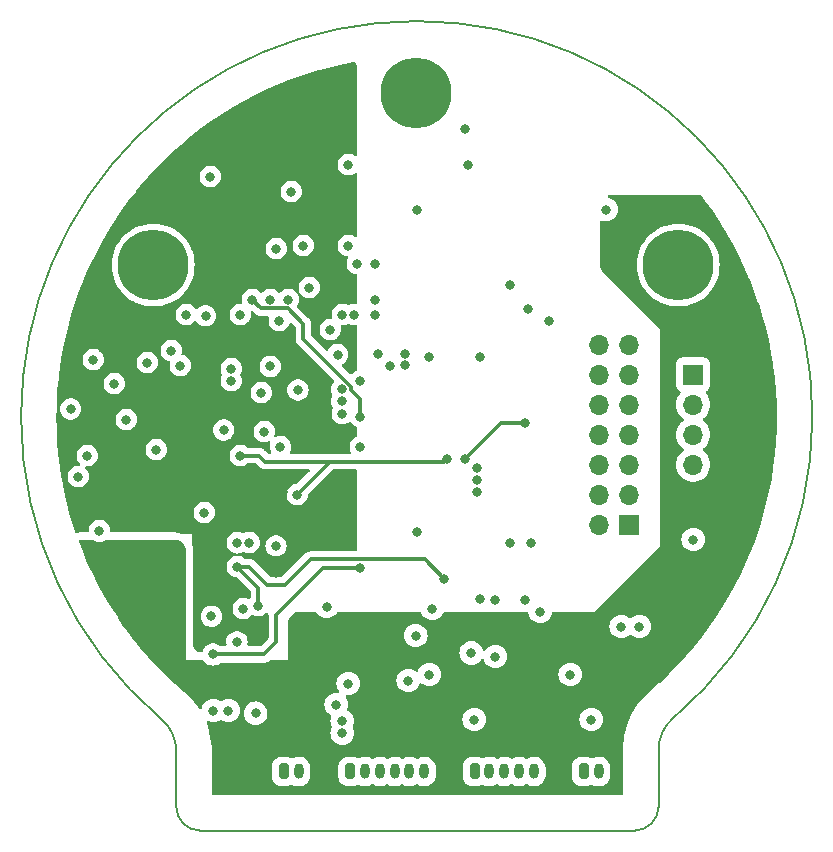
<source format=gbr>
%TF.GenerationSoftware,KiCad,Pcbnew,7.0.1*%
%TF.CreationDate,2023-12-24T22:53:40+03:00*%
%TF.ProjectId,_____ __________,1f3b3042-3020-4433-9f40-30323b353d38,rev?*%
%TF.SameCoordinates,Original*%
%TF.FileFunction,Copper,L2,Inr*%
%TF.FilePolarity,Positive*%
%FSLAX46Y46*%
G04 Gerber Fmt 4.6, Leading zero omitted, Abs format (unit mm)*
G04 Created by KiCad (PCBNEW 7.0.1) date 2023-12-24 22:53:40*
%MOMM*%
%LPD*%
G01*
G04 APERTURE LIST*
G04 Aperture macros list*
%AMRoundRect*
0 Rectangle with rounded corners*
0 $1 Rounding radius*
0 $2 $3 $4 $5 $6 $7 $8 $9 X,Y pos of 4 corners*
0 Add a 4 corners polygon primitive as box body*
4,1,4,$2,$3,$4,$5,$6,$7,$8,$9,$2,$3,0*
0 Add four circle primitives for the rounded corners*
1,1,$1+$1,$2,$3*
1,1,$1+$1,$4,$5*
1,1,$1+$1,$6,$7*
1,1,$1+$1,$8,$9*
0 Add four rect primitives between the rounded corners*
20,1,$1+$1,$2,$3,$4,$5,0*
20,1,$1+$1,$4,$5,$6,$7,0*
20,1,$1+$1,$6,$7,$8,$9,0*
20,1,$1+$1,$8,$9,$2,$3,0*%
G04 Aperture macros list end*
%TA.AperFunction,ComponentPad*%
%ADD10R,1.700000X1.700000*%
%TD*%
%TA.AperFunction,ComponentPad*%
%ADD11O,1.700000X1.700000*%
%TD*%
%TA.AperFunction,ComponentPad*%
%ADD12RoundRect,0.200000X-0.200000X-0.450000X0.200000X-0.450000X0.200000X0.450000X-0.200000X0.450000X0*%
%TD*%
%TA.AperFunction,ComponentPad*%
%ADD13O,0.800000X1.300000*%
%TD*%
%TA.AperFunction,ComponentPad*%
%ADD14C,6.000000*%
%TD*%
%TA.AperFunction,ViaPad*%
%ADD15C,0.800000*%
%TD*%
%TA.AperFunction,Conductor*%
%ADD16C,0.300000*%
%TD*%
%TA.AperFunction,Profile*%
%ADD17C,0.200000*%
%TD*%
G04 APERTURE END LIST*
D10*
%TO.N,GND*%
%TO.C,J10*%
X178054000Y-92202000D03*
D11*
%TO.N,SWCLK*%
X178054000Y-94742000D03*
%TO.N,SWDIO*%
X178054000Y-97282000D03*
%TO.N,Net-(D13-A)*%
X178054000Y-99822000D03*
%TD*%
D12*
%TO.N,CAN1L*%
%TO.C,J4*%
X168793000Y-125808000D03*
D13*
%TO.N,CAN1H*%
X170043000Y-125808000D03*
%TD*%
D14*
%TO.N,unconnected-(J3-Pin_1-Pad1)*%
%TO.C,J3*%
X132334000Y-82931000D03*
%TD*%
%TO.N,unconnected-(J1-Pin_1-Pad1)*%
%TO.C,J1*%
X176784000Y-82931000D03*
%TD*%
D12*
%TO.N,GND*%
%TO.C,J9*%
X149021000Y-125808000D03*
D13*
%TO.N,Digital_input2*%
X150271000Y-125808000D03*
%TO.N,Digital_input1*%
X151521000Y-125808000D03*
%TO.N,Analog_Input2*%
X152771000Y-125808000D03*
%TO.N,Analog_Input1*%
X154021000Y-125808000D03*
%TO.N,GNDA*%
X155271000Y-125808000D03*
%TD*%
D14*
%TO.N,unconnected-(J2-Pin_1-Pad1)*%
%TO.C,J2*%
X154559000Y-68326000D03*
%TD*%
D10*
%TO.N,+3.3V*%
%TO.C,J5*%
X172578000Y-104902000D03*
D11*
%TO.N,GND*%
X170038000Y-104902000D03*
%TO.N,Angle_Sensor_CS_MCU*%
X172578000Y-102362000D03*
%TO.N,Temp_Coil_C_MCU*%
X170038000Y-102362000D03*
%TO.N,Angle_Sensor_SCLK_MCU*%
X172578000Y-99822000D03*
%TO.N,Temp_Coil_B_MCU*%
X170038000Y-99822000D03*
%TO.N,Angle_Sensor_SDIO_MCU*%
X172578000Y-97282000D03*
%TO.N,Temp_Coil_A_MCU*%
X170038000Y-97282000D03*
%TO.N,OUT_MCU*%
X172578000Y-94742000D03*
%TO.N,Current_C_MCU*%
X170038000Y-94742000D03*
%TO.N,Current_B_MCU*%
X172578000Y-92202000D03*
%TO.N,Current_A_MCU*%
X170038000Y-92202000D03*
%TO.N,+3.3VA*%
X172578000Y-89662000D03*
%TO.N,GNDA*%
X170038000Y-89662000D03*
%TD*%
D12*
%TO.N,GND*%
%TO.C,J7*%
X159552000Y-125808000D03*
D13*
%TO.N,RS_485_Y*%
X160802000Y-125808000D03*
%TO.N,RS_485_Z*%
X162052000Y-125808000D03*
%TO.N,RS_485_B*%
X163302000Y-125808000D03*
%TO.N,RS_485_A*%
X164552000Y-125808000D03*
%TD*%
D12*
%TO.N,CAN2L*%
%TO.C,J6*%
X143393000Y-125808000D03*
D13*
%TO.N,CAN2H*%
X144643000Y-125808000D03*
%TD*%
D15*
%TO.N,GND*%
X138684000Y-120650000D03*
X151130000Y-82804000D03*
X136652000Y-103886000D03*
X148844000Y-118364000D03*
X138938000Y-91694000D03*
X173482000Y-113538000D03*
X125984000Y-100838000D03*
X159766000Y-102108000D03*
X161290000Y-116078000D03*
X142727561Y-106703516D03*
X148844000Y-81280000D03*
X133858000Y-90170000D03*
X137265023Y-112670977D03*
X143002000Y-87630000D03*
X141732000Y-97028000D03*
X159766000Y-101092000D03*
X148844000Y-74422000D03*
X154559000Y-114300000D03*
X165862000Y-87630000D03*
X162560000Y-84582000D03*
X138302647Y-96900646D03*
X142748000Y-81534000D03*
X127254000Y-90932000D03*
X160020000Y-90678000D03*
X147024477Y-111845477D03*
X132588000Y-98552000D03*
X169418000Y-121412000D03*
X159004000Y-74422000D03*
X147941673Y-90516500D03*
X164338000Y-106426000D03*
X159766000Y-100076000D03*
%TO.N,A*%
X139446000Y-108458000D03*
X156972000Y-109474000D03*
X141224000Y-111760000D03*
%TO.N,B*%
X144526000Y-102362000D03*
X139700000Y-99060000D03*
X157226000Y-99314000D03*
%TO.N,C*%
X137392023Y-115845977D03*
X149860000Y-108585000D03*
X147828000Y-120142000D03*
%TO.N,+24V*%
X170688000Y-82804000D03*
X159766000Y-113030000D03*
X130810000Y-106680000D03*
%TO.N,+12V*%
X141001682Y-120882379D03*
X134620000Y-102870000D03*
X148844000Y-71628000D03*
X148844000Y-70612000D03*
X136398000Y-115062000D03*
X142748000Y-108966000D03*
X158750000Y-71374000D03*
X148844000Y-69596000D03*
X143287454Y-102120500D03*
%TO.N,Enable*%
X138938000Y-92722500D03*
X140462000Y-106426000D03*
X141478000Y-93726000D03*
X139954000Y-112014000D03*
%TO.N,IN_A*%
X139446000Y-106426000D03*
%TO.N,IN_B*%
X143107023Y-98298000D03*
%TO.N,IN_C*%
X139424023Y-114829977D03*
%TO.N,+3.3V*%
X167640000Y-117602000D03*
X154686000Y-78232000D03*
X154686000Y-105537000D03*
X136764000Y-87234000D03*
X125349000Y-95123000D03*
X144018000Y-76708000D03*
X126746000Y-99060000D03*
X137414000Y-120650000D03*
X145542000Y-84836000D03*
X171958000Y-113538000D03*
X162560000Y-106426000D03*
X164084000Y-86614000D03*
X139700000Y-87122000D03*
X145034000Y-81280000D03*
X151130000Y-87122000D03*
X178054000Y-106172000D03*
X148336000Y-121539000D03*
X131826000Y-91186000D03*
%TO.N,NRST*%
X155689061Y-90708863D03*
%TO.N,Temp_Coil_C_MCU*%
X147320000Y-88392000D03*
%TO.N,Temp_Coil_B_MCU*%
X148336000Y-87122000D03*
%TO.N,Temp_Coil_A_MCU*%
X149352000Y-87122000D03*
%TO.N,Net-(R16-Pad2)*%
X134620000Y-91440000D03*
X148336000Y-122555000D03*
%TO.N,Current_C_MCU*%
X152400000Y-91440000D03*
%TO.N,Current_B_MCU*%
X153670000Y-91423503D03*
%TO.N,RS_485_RX_MCU*%
X161290000Y-111252000D03*
X163830000Y-111252000D03*
%TO.N,RS_485_Enable_MCU*%
X160032500Y-111207693D03*
X165100000Y-112268000D03*
%TO.N,Current_A_MCU*%
X153670000Y-90424000D03*
%TO.N,GNDA*%
X153924000Y-118110000D03*
X151384000Y-90424000D03*
X149606000Y-82804000D03*
%TO.N,+3.3VA*%
X159512000Y-121412000D03*
X159258500Y-115779546D03*
X151130000Y-85852000D03*
%TO.N,Temperature_Power_~{OS}_MCU*%
X143764000Y-85852000D03*
X149860000Y-92710000D03*
%TO.N,Temperature_Power_SCL_MCU*%
X140716000Y-85852000D03*
X149860000Y-95758000D03*
%TO.N,Temperature_Power_SDA_MCU*%
X149860000Y-98298000D03*
X142240000Y-85852000D03*
%TO.N,EEPROM_~{CS_MCU}*%
X142240000Y-91516500D03*
X129032000Y-92964000D03*
%TO.N,EEPROM_MOSI_MCU*%
X144581440Y-93516500D03*
X130048000Y-96012000D03*
%TO.N,Net-(U4-+)*%
X135128000Y-87122000D03*
%TO.N,Net-(D4-COM)*%
X155702000Y-117602000D03*
X148313669Y-94465669D03*
%TO.N,Net-(U10-+)*%
X127762000Y-105410000D03*
%TO.N,Net-(D7-K)*%
X170688000Y-78232000D03*
%TO.N,Net-(D8-K)*%
X137160000Y-75438000D03*
%TO.N,Net-(U7-PC4)*%
X158750000Y-99314000D03*
X163830000Y-96266000D03*
X148286582Y-93466536D03*
%TO.N,Net-(D14-COM)*%
X155956000Y-112014000D03*
X148336000Y-95504000D03*
%TD*%
D16*
%TO.N,A*%
X141224000Y-111760000D02*
X141224000Y-110236000D01*
X155333000Y-107835000D02*
X156972000Y-109474000D01*
X139446000Y-108458000D02*
X140462000Y-108458000D01*
X141986000Y-109982000D02*
X143510000Y-109982000D01*
X145657000Y-107835000D02*
X155333000Y-107835000D01*
X141224000Y-110236000D02*
X139446000Y-108458000D01*
X140462000Y-108458000D02*
X141986000Y-109982000D01*
X143510000Y-109982000D02*
X145657000Y-107835000D01*
%TO.N,B*%
X141795615Y-99568000D02*
X147320000Y-99568000D01*
X156972000Y-99568000D02*
X157226000Y-99314000D01*
X147320000Y-99568000D02*
X156972000Y-99568000D01*
X139700000Y-99060000D02*
X141287615Y-99060000D01*
X141287615Y-99060000D02*
X141795615Y-99568000D01*
X144526000Y-102362000D02*
X147320000Y-99568000D01*
%TO.N,C*%
X142748000Y-114808000D02*
X142748000Y-112522000D01*
X141710023Y-115845977D02*
X142748000Y-114808000D01*
X137392023Y-115845977D02*
X141710023Y-115845977D01*
X146685000Y-108585000D02*
X149860000Y-108585000D01*
X142748000Y-112522000D02*
X146685000Y-108585000D01*
%TO.N,Temperature_Power_SCL_MCU*%
X145034000Y-87884000D02*
X145034000Y-89154000D01*
X143752000Y-86602000D02*
X145034000Y-87884000D01*
X140716000Y-85852000D02*
X141466000Y-86602000D01*
X149110000Y-93528661D02*
X149860000Y-94278661D01*
X141466000Y-86602000D02*
X143752000Y-86602000D01*
X149110000Y-93230000D02*
X149110000Y-93528661D01*
X145034000Y-89154000D02*
X149110000Y-93230000D01*
X149860000Y-94278661D02*
X149860000Y-95758000D01*
%TO.N,Net-(U7-PC4)*%
X161798000Y-96266000D02*
X163830000Y-96266000D01*
X158750000Y-99314000D02*
X161798000Y-96266000D01*
%TD*%
%TA.AperFunction,Conductor*%
%TO.N,+24V*%
G36*
X178630860Y-76974625D02*
G01*
X178674272Y-77009930D01*
X179057001Y-77502615D01*
X179059654Y-77506158D01*
X179693897Y-78385705D01*
X179696421Y-78389341D01*
X180298847Y-79290935D01*
X180301240Y-79294659D01*
X180488162Y-79597258D01*
X180795720Y-80095149D01*
X180871100Y-80217177D01*
X180873353Y-80220974D01*
X181000405Y-80444090D01*
X181409928Y-81163254D01*
X181412050Y-81167139D01*
X181914668Y-82127999D01*
X181916649Y-82131958D01*
X182384623Y-83110090D01*
X182386462Y-83114116D01*
X182819243Y-84108366D01*
X182820937Y-84112456D01*
X183217947Y-85121497D01*
X183219494Y-85125644D01*
X183580240Y-86148225D01*
X183581638Y-86152425D01*
X183905656Y-87187232D01*
X183906903Y-87191479D01*
X184193784Y-88237204D01*
X184194878Y-88241493D01*
X184444244Y-89296758D01*
X184445185Y-89301084D01*
X184656729Y-90364588D01*
X184657515Y-90368944D01*
X184809892Y-91309273D01*
X184829159Y-91428176D01*
X184830967Y-91439330D01*
X184831596Y-91443709D01*
X184837900Y-91493890D01*
X184966733Y-92519606D01*
X184967206Y-92524007D01*
X185063855Y-93604025D01*
X185064171Y-93608440D01*
X185122210Y-94691237D01*
X185122368Y-94695661D01*
X185141723Y-95779869D01*
X185141724Y-95784229D01*
X185123510Y-96835932D01*
X185123362Y-96840224D01*
X185068740Y-97890738D01*
X185068443Y-97895022D01*
X184977479Y-98943025D01*
X184977033Y-98947296D01*
X184849840Y-99991479D01*
X184849247Y-99995732D01*
X184685972Y-101034905D01*
X184685232Y-101039134D01*
X184486076Y-102072027D01*
X184485190Y-102076230D01*
X184250391Y-103101587D01*
X184249361Y-103105755D01*
X183979187Y-104122423D01*
X183978012Y-104126553D01*
X183672813Y-105133205D01*
X183671496Y-105137293D01*
X183331621Y-106132780D01*
X183330163Y-106136819D01*
X182956009Y-107119979D01*
X182954413Y-107123965D01*
X182546456Y-108093544D01*
X182544722Y-108097473D01*
X182103441Y-109052338D01*
X182101573Y-109056204D01*
X181627478Y-109995249D01*
X181625476Y-109999048D01*
X181119155Y-110921108D01*
X181117023Y-110924836D01*
X180579101Y-111828772D01*
X180576842Y-111832424D01*
X180007909Y-112717248D01*
X180005524Y-112720819D01*
X179406311Y-113585387D01*
X179403804Y-113588873D01*
X178775028Y-114432160D01*
X178772402Y-114435558D01*
X178114791Y-115256580D01*
X178112049Y-115259885D01*
X177426388Y-116057666D01*
X177423533Y-116060873D01*
X176710692Y-116834401D01*
X176707728Y-116837508D01*
X175968518Y-117585900D01*
X175965448Y-117588903D01*
X175200740Y-118311279D01*
X175197567Y-118314173D01*
X174408648Y-119009332D01*
X174407027Y-119010736D01*
X174227913Y-119163142D01*
X173893400Y-119492208D01*
X173583485Y-119844517D01*
X173299776Y-120218245D01*
X173299772Y-120218250D01*
X173299772Y-120218251D01*
X173066767Y-120576089D01*
X173043727Y-120611472D01*
X172816700Y-121022112D01*
X172619861Y-121448048D01*
X172454233Y-121887072D01*
X172320683Y-122336887D01*
X172219902Y-122795162D01*
X172205686Y-122892977D01*
X172152415Y-123259513D01*
X172149480Y-123300097D01*
X172118573Y-123727514D01*
X172118573Y-123962133D01*
X172118566Y-124137545D01*
X172118573Y-124137670D01*
X172118573Y-127685500D01*
X172101960Y-127747500D01*
X172056573Y-127792887D01*
X171994573Y-127809500D01*
X154700346Y-127809501D01*
X137406118Y-127809501D01*
X137344119Y-127792889D01*
X137298732Y-127747502D01*
X137282119Y-127685502D01*
X137282119Y-126302957D01*
X142392500Y-126302957D01*
X142407631Y-126437251D01*
X142407631Y-126437253D01*
X142407632Y-126437255D01*
X142467211Y-126607522D01*
X142467212Y-126607523D01*
X142563185Y-126760264D01*
X142690735Y-126887814D01*
X142690737Y-126887815D01*
X142690738Y-126887816D01*
X142843478Y-126983789D01*
X143013745Y-127043368D01*
X143080895Y-127050933D01*
X143148043Y-127058500D01*
X143148046Y-127058500D01*
X143637954Y-127058500D01*
X143637957Y-127058500D01*
X143695511Y-127052014D01*
X143772255Y-127043368D01*
X143942522Y-126983789D01*
X144022536Y-126933511D01*
X144081998Y-126914678D01*
X144143111Y-126927178D01*
X144293729Y-127001060D01*
X144490715Y-127052063D01*
X144693936Y-127062369D01*
X144693936Y-127062368D01*
X144693937Y-127062369D01*
X144895071Y-127031556D01*
X144977413Y-127001060D01*
X145085887Y-126960886D01*
X145258571Y-126853252D01*
X145406053Y-126713059D01*
X145522295Y-126546049D01*
X145602540Y-126359058D01*
X145614069Y-126302957D01*
X148020500Y-126302957D01*
X148035631Y-126437251D01*
X148035631Y-126437253D01*
X148035632Y-126437255D01*
X148095211Y-126607522D01*
X148095212Y-126607523D01*
X148191185Y-126760264D01*
X148318735Y-126887814D01*
X148318737Y-126887815D01*
X148318738Y-126887816D01*
X148471478Y-126983789D01*
X148641745Y-127043368D01*
X148708895Y-127050933D01*
X148776043Y-127058500D01*
X148776046Y-127058500D01*
X149265954Y-127058500D01*
X149265957Y-127058500D01*
X149323511Y-127052014D01*
X149400255Y-127043368D01*
X149570522Y-126983789D01*
X149650536Y-126933511D01*
X149709998Y-126914678D01*
X149771111Y-126927178D01*
X149921729Y-127001060D01*
X150118715Y-127052063D01*
X150321936Y-127062369D01*
X150321936Y-127062368D01*
X150321937Y-127062369D01*
X150523071Y-127031556D01*
X150605413Y-127001060D01*
X150713887Y-126960886D01*
X150828443Y-126889482D01*
X150875257Y-126872145D01*
X150925115Y-126874673D01*
X150969935Y-126896659D01*
X150989039Y-126911446D01*
X150989042Y-126911448D01*
X151171729Y-127001060D01*
X151368715Y-127052063D01*
X151571936Y-127062369D01*
X151571936Y-127062368D01*
X151571937Y-127062369D01*
X151773071Y-127031556D01*
X151855413Y-127001060D01*
X151963887Y-126960886D01*
X152078443Y-126889482D01*
X152125257Y-126872145D01*
X152175115Y-126874673D01*
X152219935Y-126896659D01*
X152239039Y-126911446D01*
X152239042Y-126911448D01*
X152421729Y-127001060D01*
X152618715Y-127052063D01*
X152821936Y-127062369D01*
X152821936Y-127062368D01*
X152821937Y-127062369D01*
X153023071Y-127031556D01*
X153105413Y-127001060D01*
X153213887Y-126960886D01*
X153328443Y-126889482D01*
X153375257Y-126872145D01*
X153425115Y-126874673D01*
X153469935Y-126896659D01*
X153489039Y-126911446D01*
X153489042Y-126911448D01*
X153671729Y-127001060D01*
X153868715Y-127052063D01*
X154071936Y-127062369D01*
X154071936Y-127062368D01*
X154071937Y-127062369D01*
X154273071Y-127031556D01*
X154355413Y-127001060D01*
X154463887Y-126960886D01*
X154578443Y-126889482D01*
X154625257Y-126872145D01*
X154675115Y-126874673D01*
X154719935Y-126896659D01*
X154739039Y-126911446D01*
X154739042Y-126911448D01*
X154921729Y-127001060D01*
X155118715Y-127052063D01*
X155321936Y-127062369D01*
X155321936Y-127062368D01*
X155321937Y-127062369D01*
X155523071Y-127031556D01*
X155605413Y-127001060D01*
X155713887Y-126960886D01*
X155886571Y-126853252D01*
X156034053Y-126713059D01*
X156150295Y-126546049D01*
X156230540Y-126359058D01*
X156242069Y-126302957D01*
X158551500Y-126302957D01*
X158566631Y-126437251D01*
X158566631Y-126437253D01*
X158566632Y-126437255D01*
X158626211Y-126607522D01*
X158626212Y-126607523D01*
X158722185Y-126760264D01*
X158849735Y-126887814D01*
X158849737Y-126887815D01*
X158849738Y-126887816D01*
X159002478Y-126983789D01*
X159172745Y-127043368D01*
X159239895Y-127050933D01*
X159307043Y-127058500D01*
X159307046Y-127058500D01*
X159796954Y-127058500D01*
X159796957Y-127058500D01*
X159854511Y-127052014D01*
X159931255Y-127043368D01*
X160101522Y-126983789D01*
X160181536Y-126933511D01*
X160240998Y-126914678D01*
X160302111Y-126927178D01*
X160452729Y-127001060D01*
X160649715Y-127052063D01*
X160852936Y-127062369D01*
X160852936Y-127062368D01*
X160852937Y-127062369D01*
X161054071Y-127031556D01*
X161136413Y-127001060D01*
X161244887Y-126960886D01*
X161359443Y-126889482D01*
X161406257Y-126872145D01*
X161456115Y-126874673D01*
X161500935Y-126896659D01*
X161520039Y-126911446D01*
X161520042Y-126911448D01*
X161702729Y-127001060D01*
X161899715Y-127052063D01*
X162102936Y-127062369D01*
X162102936Y-127062368D01*
X162102937Y-127062369D01*
X162304071Y-127031556D01*
X162386413Y-127001060D01*
X162494887Y-126960886D01*
X162609443Y-126889482D01*
X162656257Y-126872145D01*
X162706115Y-126874673D01*
X162750935Y-126896659D01*
X162770039Y-126911446D01*
X162770042Y-126911448D01*
X162952729Y-127001060D01*
X163149715Y-127052063D01*
X163352936Y-127062369D01*
X163352936Y-127062368D01*
X163352937Y-127062369D01*
X163554071Y-127031556D01*
X163636413Y-127001060D01*
X163744887Y-126960886D01*
X163859443Y-126889482D01*
X163906257Y-126872145D01*
X163956115Y-126874673D01*
X164000935Y-126896659D01*
X164020039Y-126911446D01*
X164020042Y-126911448D01*
X164202729Y-127001060D01*
X164399715Y-127052063D01*
X164602936Y-127062369D01*
X164602936Y-127062368D01*
X164602937Y-127062369D01*
X164804071Y-127031556D01*
X164886413Y-127001060D01*
X164994887Y-126960886D01*
X165167571Y-126853252D01*
X165315053Y-126713059D01*
X165431295Y-126546049D01*
X165511540Y-126359058D01*
X165523069Y-126302957D01*
X167792500Y-126302957D01*
X167807631Y-126437251D01*
X167807631Y-126437253D01*
X167807632Y-126437255D01*
X167867211Y-126607522D01*
X167867212Y-126607523D01*
X167963185Y-126760264D01*
X168090735Y-126887814D01*
X168090737Y-126887815D01*
X168090738Y-126887816D01*
X168243478Y-126983789D01*
X168413745Y-127043368D01*
X168480895Y-127050933D01*
X168548043Y-127058500D01*
X168548046Y-127058500D01*
X169037954Y-127058500D01*
X169037957Y-127058500D01*
X169095511Y-127052014D01*
X169172255Y-127043368D01*
X169342522Y-126983789D01*
X169422536Y-126933511D01*
X169481998Y-126914678D01*
X169543111Y-126927178D01*
X169693729Y-127001060D01*
X169890715Y-127052063D01*
X170093936Y-127062369D01*
X170093936Y-127062368D01*
X170093937Y-127062369D01*
X170295071Y-127031556D01*
X170377413Y-127001060D01*
X170485887Y-126960886D01*
X170658571Y-126853252D01*
X170806053Y-126713059D01*
X170922295Y-126546049D01*
X171002540Y-126359058D01*
X171043500Y-126159741D01*
X171043500Y-125507258D01*
X171028074Y-125355562D01*
X170967159Y-125161412D01*
X170868409Y-124983498D01*
X170735866Y-124829105D01*
X170574958Y-124704552D01*
X170574957Y-124704551D01*
X170392272Y-124614940D01*
X170326609Y-124597939D01*
X170195285Y-124563937D01*
X170174670Y-124562891D01*
X169992062Y-124553630D01*
X169790928Y-124584443D01*
X169600113Y-124655113D01*
X169554952Y-124683262D01*
X169489137Y-124702029D01*
X169423391Y-124683023D01*
X169342526Y-124632213D01*
X169342524Y-124632212D01*
X169342522Y-124632211D01*
X169172255Y-124572632D01*
X169172253Y-124572631D01*
X169172251Y-124572631D01*
X169037957Y-124557500D01*
X169037954Y-124557500D01*
X168548046Y-124557500D01*
X168548043Y-124557500D01*
X168413748Y-124572631D01*
X168413745Y-124572631D01*
X168413745Y-124572632D01*
X168243478Y-124632211D01*
X168243476Y-124632211D01*
X168243476Y-124632212D01*
X168090735Y-124728185D01*
X167963185Y-124855735D01*
X167867212Y-125008476D01*
X167807631Y-125178748D01*
X167792500Y-125313043D01*
X167792500Y-126302957D01*
X165523069Y-126302957D01*
X165552500Y-126159741D01*
X165552500Y-125507258D01*
X165537074Y-125355562D01*
X165476159Y-125161412D01*
X165377409Y-124983498D01*
X165244866Y-124829105D01*
X165083958Y-124704552D01*
X165083957Y-124704551D01*
X164901272Y-124614940D01*
X164835609Y-124597939D01*
X164704285Y-124563937D01*
X164683670Y-124562891D01*
X164501062Y-124553630D01*
X164299928Y-124584443D01*
X164109114Y-124655113D01*
X163994555Y-124726517D01*
X163947741Y-124743854D01*
X163897884Y-124741326D01*
X163853064Y-124719341D01*
X163833957Y-124704551D01*
X163651272Y-124614940D01*
X163585609Y-124597939D01*
X163454285Y-124563937D01*
X163433670Y-124562891D01*
X163251062Y-124553630D01*
X163049928Y-124584443D01*
X162859114Y-124655113D01*
X162744555Y-124726517D01*
X162697741Y-124743854D01*
X162647884Y-124741326D01*
X162603064Y-124719341D01*
X162583957Y-124704551D01*
X162401272Y-124614940D01*
X162335609Y-124597939D01*
X162204285Y-124563937D01*
X162183670Y-124562891D01*
X162001062Y-124553630D01*
X161799928Y-124584443D01*
X161609114Y-124655113D01*
X161494555Y-124726517D01*
X161447741Y-124743854D01*
X161397884Y-124741326D01*
X161353064Y-124719341D01*
X161333957Y-124704551D01*
X161151272Y-124614940D01*
X161085609Y-124597939D01*
X160954285Y-124563937D01*
X160933670Y-124562891D01*
X160751062Y-124553630D01*
X160549928Y-124584443D01*
X160359113Y-124655113D01*
X160313952Y-124683262D01*
X160248137Y-124702029D01*
X160182391Y-124683023D01*
X160101526Y-124632213D01*
X160101524Y-124632212D01*
X160101522Y-124632211D01*
X159931255Y-124572632D01*
X159931253Y-124572631D01*
X159931251Y-124572631D01*
X159796957Y-124557500D01*
X159796954Y-124557500D01*
X159307046Y-124557500D01*
X159307043Y-124557500D01*
X159172748Y-124572631D01*
X159172745Y-124572631D01*
X159172745Y-124572632D01*
X159002478Y-124632211D01*
X159002476Y-124632211D01*
X159002476Y-124632212D01*
X158849735Y-124728185D01*
X158722185Y-124855735D01*
X158626212Y-125008476D01*
X158566631Y-125178748D01*
X158551500Y-125313043D01*
X158551500Y-126302957D01*
X156242069Y-126302957D01*
X156271500Y-126159741D01*
X156271500Y-125507258D01*
X156256074Y-125355562D01*
X156195159Y-125161412D01*
X156096409Y-124983498D01*
X155963866Y-124829105D01*
X155802958Y-124704552D01*
X155802957Y-124704551D01*
X155620272Y-124614940D01*
X155554609Y-124597939D01*
X155423285Y-124563937D01*
X155402670Y-124562891D01*
X155220062Y-124553630D01*
X155018928Y-124584443D01*
X154828114Y-124655113D01*
X154713555Y-124726517D01*
X154666741Y-124743854D01*
X154616884Y-124741326D01*
X154572064Y-124719341D01*
X154552957Y-124704551D01*
X154370272Y-124614940D01*
X154304609Y-124597939D01*
X154173285Y-124563937D01*
X154152670Y-124562891D01*
X153970062Y-124553630D01*
X153768928Y-124584443D01*
X153578114Y-124655113D01*
X153463555Y-124726517D01*
X153416741Y-124743854D01*
X153366884Y-124741326D01*
X153322064Y-124719341D01*
X153302957Y-124704551D01*
X153120272Y-124614940D01*
X153054609Y-124597939D01*
X152923285Y-124563937D01*
X152902670Y-124562891D01*
X152720062Y-124553630D01*
X152518928Y-124584443D01*
X152328114Y-124655113D01*
X152213555Y-124726517D01*
X152166741Y-124743854D01*
X152116884Y-124741326D01*
X152072064Y-124719341D01*
X152052957Y-124704551D01*
X151870272Y-124614940D01*
X151804609Y-124597939D01*
X151673285Y-124563937D01*
X151652670Y-124562891D01*
X151470062Y-124553630D01*
X151268928Y-124584443D01*
X151078114Y-124655113D01*
X150963555Y-124726517D01*
X150916741Y-124743854D01*
X150866884Y-124741326D01*
X150822064Y-124719341D01*
X150802957Y-124704551D01*
X150620272Y-124614940D01*
X150554609Y-124597939D01*
X150423285Y-124563937D01*
X150402670Y-124562891D01*
X150220062Y-124553630D01*
X150018928Y-124584443D01*
X149828113Y-124655113D01*
X149782952Y-124683262D01*
X149717137Y-124702029D01*
X149651391Y-124683023D01*
X149570526Y-124632213D01*
X149570524Y-124632212D01*
X149570522Y-124632211D01*
X149400255Y-124572632D01*
X149400253Y-124572631D01*
X149400251Y-124572631D01*
X149265957Y-124557500D01*
X149265954Y-124557500D01*
X148776046Y-124557500D01*
X148776043Y-124557500D01*
X148641748Y-124572631D01*
X148641745Y-124572631D01*
X148641745Y-124572632D01*
X148471478Y-124632211D01*
X148471476Y-124632211D01*
X148471476Y-124632212D01*
X148318735Y-124728185D01*
X148191185Y-124855735D01*
X148095212Y-125008476D01*
X148035631Y-125178748D01*
X148020500Y-125313043D01*
X148020500Y-126302957D01*
X145614069Y-126302957D01*
X145643500Y-126159741D01*
X145643500Y-125507258D01*
X145628074Y-125355562D01*
X145567159Y-125161412D01*
X145468409Y-124983498D01*
X145335866Y-124829105D01*
X145174958Y-124704552D01*
X145174957Y-124704551D01*
X144992272Y-124614940D01*
X144926609Y-124597939D01*
X144795285Y-124563937D01*
X144774670Y-124562891D01*
X144592062Y-124553630D01*
X144390928Y-124584443D01*
X144200113Y-124655113D01*
X144154952Y-124683262D01*
X144089137Y-124702029D01*
X144023391Y-124683023D01*
X143942526Y-124632213D01*
X143942524Y-124632212D01*
X143942522Y-124632211D01*
X143772255Y-124572632D01*
X143772253Y-124572631D01*
X143772251Y-124572631D01*
X143637957Y-124557500D01*
X143637954Y-124557500D01*
X143148046Y-124557500D01*
X143148043Y-124557500D01*
X143013748Y-124572631D01*
X143013745Y-124572631D01*
X143013745Y-124572632D01*
X142843478Y-124632211D01*
X142843476Y-124632211D01*
X142843476Y-124632212D01*
X142690735Y-124728185D01*
X142563185Y-124855735D01*
X142467212Y-125008476D01*
X142407631Y-125178748D01*
X142392500Y-125313043D01*
X142392500Y-126302957D01*
X137282119Y-126302957D01*
X137282119Y-123973522D01*
X137282102Y-123972968D01*
X137282154Y-123829976D01*
X137271160Y-123677515D01*
X137248236Y-123359631D01*
X137180358Y-122892977D01*
X137078875Y-122432461D01*
X136944320Y-121980501D01*
X136849136Y-121729010D01*
X136842044Y-121669920D01*
X136863301Y-121614329D01*
X136908012Y-121575047D01*
X136965876Y-121561121D01*
X137023559Y-121575760D01*
X137029273Y-121578814D01*
X137217868Y-121636024D01*
X137414000Y-121655341D01*
X137610132Y-121636024D01*
X137798727Y-121578814D01*
X137874987Y-121538051D01*
X137983310Y-121480153D01*
X137983803Y-121481077D01*
X138020840Y-121462811D01*
X138077160Y-121462811D01*
X138114196Y-121481077D01*
X138114690Y-121480153D01*
X138266172Y-121561121D01*
X138299273Y-121578814D01*
X138487868Y-121636024D01*
X138684000Y-121655341D01*
X138880132Y-121636024D01*
X139068727Y-121578814D01*
X139242538Y-121485910D01*
X139394883Y-121360883D01*
X139519910Y-121208538D01*
X139612814Y-121034727D01*
X139659029Y-120882379D01*
X139996341Y-120882379D01*
X140015658Y-121078512D01*
X140072867Y-121267105D01*
X140113364Y-121342869D01*
X140165772Y-121440917D01*
X140290799Y-121593262D01*
X140443144Y-121718289D01*
X140616955Y-121811193D01*
X140805550Y-121868403D01*
X141001682Y-121887720D01*
X141197814Y-121868403D01*
X141386409Y-121811193D01*
X141560220Y-121718289D01*
X141712565Y-121593262D01*
X141837592Y-121440917D01*
X141930496Y-121267106D01*
X141987706Y-121078511D01*
X142007023Y-120882379D01*
X141987706Y-120686247D01*
X141930496Y-120497652D01*
X141837592Y-120323841D01*
X141712565Y-120171496D01*
X141676624Y-120142000D01*
X146822659Y-120142000D01*
X146841976Y-120338133D01*
X146899185Y-120526726D01*
X146943796Y-120610186D01*
X146992090Y-120700538D01*
X147117117Y-120852883D01*
X147269462Y-120977910D01*
X147323667Y-121006883D01*
X147344257Y-121017889D01*
X147386597Y-121055020D01*
X147408148Y-121107048D01*
X147404465Y-121163242D01*
X147349975Y-121342869D01*
X147330659Y-121538999D01*
X147349976Y-121735133D01*
X147396067Y-121887072D01*
X147407186Y-121923727D01*
X147407187Y-121923728D01*
X147441833Y-121988548D01*
X147456474Y-122047000D01*
X147441833Y-122105452D01*
X147407185Y-122170275D01*
X147349976Y-122358866D01*
X147330659Y-122555000D01*
X147349976Y-122751133D01*
X147407185Y-122939726D01*
X147407186Y-122939727D01*
X147500090Y-123113538D01*
X147625117Y-123265883D01*
X147777462Y-123390910D01*
X147951273Y-123483814D01*
X148139868Y-123541024D01*
X148336000Y-123560341D01*
X148532132Y-123541024D01*
X148720727Y-123483814D01*
X148894538Y-123390910D01*
X149046883Y-123265883D01*
X149171910Y-123113538D01*
X149264814Y-122939727D01*
X149322024Y-122751132D01*
X149341341Y-122555000D01*
X149322024Y-122358868D01*
X149264814Y-122170273D01*
X149253277Y-122148689D01*
X149230167Y-122105452D01*
X149215525Y-122046998D01*
X149230166Y-121988548D01*
X149264814Y-121923727D01*
X149322024Y-121735132D01*
X149341341Y-121539000D01*
X149328833Y-121412000D01*
X158506659Y-121412000D01*
X158525976Y-121608133D01*
X158583185Y-121796726D01*
X158664092Y-121948091D01*
X158676090Y-121970538D01*
X158801117Y-122122883D01*
X158953462Y-122247910D01*
X159127273Y-122340814D01*
X159315868Y-122398024D01*
X159512000Y-122417341D01*
X159708132Y-122398024D01*
X159896727Y-122340814D01*
X160070538Y-122247910D01*
X160222883Y-122122883D01*
X160347910Y-121970538D01*
X160440814Y-121796727D01*
X160498024Y-121608132D01*
X160517341Y-121412000D01*
X168412659Y-121412000D01*
X168431976Y-121608133D01*
X168489185Y-121796726D01*
X168570092Y-121948091D01*
X168582090Y-121970538D01*
X168707117Y-122122883D01*
X168859462Y-122247910D01*
X169033273Y-122340814D01*
X169221868Y-122398024D01*
X169418000Y-122417341D01*
X169614132Y-122398024D01*
X169802727Y-122340814D01*
X169976538Y-122247910D01*
X170128883Y-122122883D01*
X170253910Y-121970538D01*
X170346814Y-121796727D01*
X170404024Y-121608132D01*
X170423341Y-121412000D01*
X170404024Y-121215868D01*
X170346814Y-121027273D01*
X170253910Y-120853462D01*
X170128883Y-120701117D01*
X169976538Y-120576090D01*
X169954091Y-120564091D01*
X169802726Y-120483185D01*
X169614133Y-120425976D01*
X169418000Y-120406659D01*
X169221866Y-120425976D01*
X169033273Y-120483185D01*
X168859463Y-120576089D01*
X168707117Y-120701117D01*
X168582089Y-120853463D01*
X168489185Y-121027273D01*
X168431976Y-121215866D01*
X168412659Y-121412000D01*
X160517341Y-121412000D01*
X160498024Y-121215868D01*
X160440814Y-121027273D01*
X160347910Y-120853462D01*
X160222883Y-120701117D01*
X160070538Y-120576090D01*
X160048091Y-120564091D01*
X159896726Y-120483185D01*
X159708133Y-120425976D01*
X159512000Y-120406659D01*
X159315866Y-120425976D01*
X159127273Y-120483185D01*
X158953463Y-120576089D01*
X158801117Y-120701117D01*
X158676089Y-120853463D01*
X158583185Y-121027273D01*
X158525976Y-121215866D01*
X158506659Y-121412000D01*
X149328833Y-121412000D01*
X149322024Y-121342868D01*
X149264814Y-121154273D01*
X149171910Y-120980462D01*
X149046883Y-120828117D01*
X148894538Y-120703090D01*
X148819741Y-120663110D01*
X148777402Y-120625979D01*
X148755851Y-120573950D01*
X148759535Y-120517756D01*
X148814024Y-120338132D01*
X148833341Y-120142000D01*
X148814024Y-119945868D01*
X148756814Y-119757273D01*
X148663910Y-119583462D01*
X148646807Y-119562622D01*
X148621543Y-119510535D01*
X148622680Y-119452652D01*
X148649971Y-119401593D01*
X148697468Y-119368489D01*
X148754814Y-119360557D01*
X148844000Y-119369341D01*
X149040132Y-119350024D01*
X149228727Y-119292814D01*
X149402538Y-119199910D01*
X149554883Y-119074883D01*
X149679910Y-118922538D01*
X149772814Y-118748727D01*
X149830024Y-118560132D01*
X149849341Y-118364000D01*
X149830024Y-118167868D01*
X149812470Y-118110000D01*
X152918659Y-118110000D01*
X152937976Y-118306133D01*
X152995185Y-118494726D01*
X153030146Y-118560133D01*
X153088090Y-118668538D01*
X153213117Y-118820883D01*
X153365462Y-118945910D01*
X153539273Y-119038814D01*
X153727868Y-119096024D01*
X153924000Y-119115341D01*
X154120132Y-119096024D01*
X154308727Y-119038814D01*
X154482538Y-118945910D01*
X154634883Y-118820883D01*
X154759910Y-118668538D01*
X154852814Y-118494727D01*
X154870678Y-118435835D01*
X154901655Y-118384153D01*
X154953341Y-118353173D01*
X155013528Y-118350217D01*
X155068001Y-118375980D01*
X155143462Y-118437910D01*
X155317273Y-118530814D01*
X155505868Y-118588024D01*
X155702000Y-118607341D01*
X155898132Y-118588024D01*
X156086727Y-118530814D01*
X156260538Y-118437910D01*
X156412883Y-118312883D01*
X156537910Y-118160538D01*
X156630814Y-117986727D01*
X156688024Y-117798132D01*
X156707341Y-117602000D01*
X156707341Y-117601999D01*
X166634659Y-117601999D01*
X166653976Y-117798133D01*
X166711185Y-117986726D01*
X166711186Y-117986727D01*
X166804090Y-118160538D01*
X166929117Y-118312883D01*
X167081462Y-118437910D01*
X167255273Y-118530814D01*
X167443868Y-118588024D01*
X167640000Y-118607341D01*
X167836132Y-118588024D01*
X168024727Y-118530814D01*
X168198538Y-118437910D01*
X168350883Y-118312883D01*
X168475910Y-118160538D01*
X168568814Y-117986727D01*
X168626024Y-117798132D01*
X168645341Y-117602000D01*
X168626024Y-117405868D01*
X168568814Y-117217273D01*
X168475910Y-117043462D01*
X168350883Y-116891117D01*
X168198538Y-116766090D01*
X168090533Y-116708360D01*
X168024726Y-116673185D01*
X167836133Y-116615976D01*
X167640000Y-116596659D01*
X167443866Y-116615976D01*
X167255273Y-116673185D01*
X167081463Y-116766089D01*
X166929117Y-116891117D01*
X166804089Y-117043463D01*
X166711185Y-117217273D01*
X166653976Y-117405866D01*
X166634659Y-117601999D01*
X156707341Y-117601999D01*
X156688024Y-117405868D01*
X156630814Y-117217273D01*
X156537910Y-117043462D01*
X156412883Y-116891117D01*
X156260538Y-116766090D01*
X156152533Y-116708360D01*
X156086726Y-116673185D01*
X155898133Y-116615976D01*
X155702000Y-116596659D01*
X155505866Y-116615976D01*
X155317273Y-116673185D01*
X155143463Y-116766089D01*
X154991117Y-116891117D01*
X154866089Y-117043463D01*
X154773185Y-117217273D01*
X154755322Y-117276161D01*
X154724343Y-117327847D01*
X154672657Y-117358826D01*
X154612470Y-117361782D01*
X154557997Y-117336018D01*
X154482537Y-117274089D01*
X154308726Y-117181185D01*
X154120133Y-117123976D01*
X153924000Y-117104659D01*
X153727866Y-117123976D01*
X153539273Y-117181185D01*
X153365463Y-117274089D01*
X153213117Y-117399117D01*
X153088089Y-117551463D01*
X152995185Y-117725273D01*
X152937976Y-117913866D01*
X152918659Y-118110000D01*
X149812470Y-118110000D01*
X149772814Y-117979273D01*
X149679910Y-117805462D01*
X149554883Y-117653117D01*
X149402538Y-117528090D01*
X149327655Y-117488064D01*
X149228726Y-117435185D01*
X149040133Y-117377976D01*
X148844000Y-117358659D01*
X148647866Y-117377976D01*
X148459273Y-117435185D01*
X148285463Y-117528089D01*
X148133117Y-117653117D01*
X148008089Y-117805463D01*
X147915185Y-117979273D01*
X147857976Y-118167866D01*
X147838659Y-118364000D01*
X147857976Y-118560133D01*
X147915185Y-118748726D01*
X147953754Y-118820883D01*
X148008090Y-118922538D01*
X148025190Y-118943374D01*
X148050456Y-118995464D01*
X148049320Y-119053347D01*
X148022029Y-119104406D01*
X147974532Y-119137509D01*
X147917184Y-119145442D01*
X147828000Y-119136658D01*
X147631866Y-119155976D01*
X147443273Y-119213185D01*
X147269463Y-119306089D01*
X147117117Y-119431117D01*
X146992089Y-119583463D01*
X146899185Y-119757273D01*
X146841976Y-119945866D01*
X146822659Y-120142000D01*
X141676624Y-120142000D01*
X141560220Y-120046469D01*
X141452505Y-119988894D01*
X141386408Y-119953564D01*
X141197815Y-119896355D01*
X141001682Y-119877038D01*
X140805548Y-119896355D01*
X140616955Y-119953564D01*
X140443145Y-120046468D01*
X140290799Y-120171496D01*
X140165771Y-120323842D01*
X140072867Y-120497652D01*
X140015658Y-120686245D01*
X139996341Y-120882379D01*
X139659029Y-120882379D01*
X139670024Y-120846132D01*
X139689341Y-120650000D01*
X139670024Y-120453868D01*
X139612814Y-120265273D01*
X139519910Y-120091462D01*
X139394883Y-119939117D01*
X139242538Y-119814090D01*
X139136241Y-119757273D01*
X139068726Y-119721185D01*
X138880133Y-119663976D01*
X138684000Y-119644659D01*
X138487866Y-119663976D01*
X138299273Y-119721185D01*
X138114691Y-119819847D01*
X138114197Y-119818923D01*
X138077151Y-119837190D01*
X138020841Y-119837188D01*
X137983803Y-119818923D01*
X137983310Y-119819847D01*
X137798726Y-119721185D01*
X137610133Y-119663976D01*
X137414000Y-119644659D01*
X137217866Y-119663976D01*
X137029273Y-119721185D01*
X136855463Y-119814089D01*
X136703117Y-119939117D01*
X136578089Y-120091463D01*
X136485185Y-120265273D01*
X136429520Y-120448775D01*
X136391621Y-120506873D01*
X136328449Y-120535525D01*
X136259773Y-120525766D01*
X136207083Y-120480649D01*
X136092018Y-120304710D01*
X135806017Y-119929776D01*
X135493620Y-119576526D01*
X135156480Y-119246829D01*
X135156476Y-119246825D01*
X135116691Y-119213185D01*
X135109418Y-119207035D01*
X135107047Y-119204793D01*
X134975383Y-119093704D01*
X134975199Y-119093549D01*
X134974944Y-119093333D01*
X134973491Y-119092082D01*
X134176813Y-118395815D01*
X134173614Y-118392920D01*
X133402433Y-117670099D01*
X133399337Y-117667094D01*
X133033254Y-117299221D01*
X132653770Y-116917880D01*
X132650812Y-116914803D01*
X131931757Y-116140096D01*
X131928881Y-116136888D01*
X131237227Y-115337648D01*
X131234461Y-115334337D01*
X130704677Y-114677273D01*
X130571016Y-114511500D01*
X130568375Y-114508104D01*
X130560141Y-114497132D01*
X129934005Y-113662742D01*
X129931475Y-113659247D01*
X129730586Y-113371185D01*
X129326841Y-112792242D01*
X129324446Y-112788676D01*
X129315141Y-112774291D01*
X128750356Y-111901184D01*
X128748119Y-111897590D01*
X128205234Y-110990625D01*
X128203111Y-110986935D01*
X127692127Y-110061665D01*
X127690112Y-110057862D01*
X127211636Y-109115390D01*
X127209756Y-109111521D01*
X127199418Y-109089273D01*
X126920021Y-108487976D01*
X126764369Y-108152995D01*
X126762619Y-108149051D01*
X126350852Y-107175615D01*
X126349240Y-107171613D01*
X126031217Y-106340306D01*
X126023904Y-106281320D01*
X126044880Y-106225707D01*
X126089327Y-106186245D01*
X126147032Y-106172000D01*
X127069035Y-106172000D01*
X127110809Y-106179249D01*
X127147699Y-106200146D01*
X127203462Y-106245910D01*
X127377273Y-106338814D01*
X127565868Y-106396024D01*
X127762000Y-106415341D01*
X127958132Y-106396024D01*
X128146727Y-106338814D01*
X128320538Y-106245910D01*
X128376300Y-106200146D01*
X128413191Y-106179249D01*
X128454965Y-106172000D01*
X134121907Y-106172000D01*
X134134061Y-106172597D01*
X134310941Y-106190018D01*
X134334769Y-106194757D01*
X134499001Y-106244576D01*
X134521453Y-106253877D01*
X134543732Y-106265785D01*
X134672798Y-106334772D01*
X134693008Y-106348276D01*
X134751189Y-106396023D01*
X134825666Y-106457145D01*
X134842854Y-106474333D01*
X134951722Y-106606989D01*
X134965227Y-106627201D01*
X135046121Y-106778543D01*
X135055424Y-106801001D01*
X135105240Y-106965224D01*
X135109982Y-106989065D01*
X135127403Y-107165939D01*
X135128000Y-107178093D01*
X135128000Y-116332000D01*
X136128000Y-116332000D01*
X136128001Y-116332000D01*
X136443030Y-116332000D01*
X136506778Y-116349641D01*
X136552387Y-116397545D01*
X136556111Y-116404513D01*
X136556113Y-116404515D01*
X136681140Y-116556860D01*
X136833485Y-116681887D01*
X137007296Y-116774791D01*
X137195891Y-116832001D01*
X137392023Y-116851318D01*
X137588155Y-116832001D01*
X137776750Y-116774791D01*
X137950561Y-116681887D01*
X138020335Y-116624624D01*
X138057227Y-116603726D01*
X138099001Y-116596477D01*
X141646317Y-116596477D01*
X141664287Y-116597786D01*
X141668343Y-116598379D01*
X141688046Y-116601266D01*
X141737391Y-116596949D01*
X141748199Y-116596477D01*
X141753729Y-116596477D01*
X141753732Y-116596477D01*
X141784573Y-116592871D01*
X141788054Y-116592516D01*
X141862820Y-116585976D01*
X141862820Y-116585975D01*
X141864075Y-116585866D01*
X141883085Y-116581651D01*
X141884273Y-116581218D01*
X141884278Y-116581218D01*
X141954843Y-116555534D01*
X141958118Y-116554396D01*
X142029357Y-116530791D01*
X142029359Y-116530789D01*
X142030559Y-116530392D01*
X142048086Y-116521906D01*
X142049135Y-116521215D01*
X142049140Y-116521214D01*
X142111829Y-116479982D01*
X142114821Y-116478076D01*
X142178679Y-116438689D01*
X142178681Y-116438686D01*
X142179754Y-116438025D01*
X142194844Y-116425733D01*
X142195715Y-116424809D01*
X142195719Y-116424807D01*
X142246569Y-116370907D01*
X142287649Y-116342142D01*
X142336764Y-116332000D01*
X142763999Y-116332000D01*
X142764000Y-116332000D01*
X143764000Y-116332000D01*
X143764000Y-115779546D01*
X158253159Y-115779546D01*
X158272476Y-115975679D01*
X158329685Y-116164272D01*
X158365194Y-116230704D01*
X158422590Y-116338084D01*
X158547617Y-116490429D01*
X158699962Y-116615456D01*
X158873773Y-116708360D01*
X159062368Y-116765570D01*
X159258500Y-116784887D01*
X159454632Y-116765570D01*
X159643227Y-116708360D01*
X159817038Y-116615456D01*
X159969383Y-116490429D01*
X160094410Y-116338084D01*
X160099360Y-116328822D01*
X160137813Y-116285547D01*
X160191726Y-116264445D01*
X160249342Y-116270118D01*
X160298103Y-116301331D01*
X160327378Y-116351279D01*
X160361185Y-116462726D01*
X160411501Y-116556860D01*
X160454090Y-116636538D01*
X160579117Y-116788883D01*
X160731462Y-116913910D01*
X160905273Y-117006814D01*
X161093868Y-117064024D01*
X161290000Y-117083341D01*
X161486132Y-117064024D01*
X161674727Y-117006814D01*
X161848538Y-116913910D01*
X162000883Y-116788883D01*
X162125910Y-116636538D01*
X162218814Y-116462727D01*
X162276024Y-116274132D01*
X162295341Y-116078000D01*
X162276024Y-115881868D01*
X162218814Y-115693273D01*
X162125910Y-115519462D01*
X162000883Y-115367117D01*
X161848538Y-115242090D01*
X161809096Y-115221008D01*
X161674726Y-115149185D01*
X161486133Y-115091976D01*
X161290000Y-115072659D01*
X161093866Y-115091976D01*
X160905273Y-115149185D01*
X160731463Y-115242089D01*
X160579117Y-115367117D01*
X160454089Y-115519462D01*
X160449138Y-115528726D01*
X160410681Y-115572001D01*
X160356769Y-115593101D01*
X160299154Y-115587426D01*
X160250395Y-115556212D01*
X160221122Y-115506268D01*
X160187314Y-115394819D01*
X160094410Y-115221008D01*
X159969383Y-115068663D01*
X159817038Y-114943636D01*
X159767511Y-114917163D01*
X159643226Y-114850731D01*
X159454633Y-114793522D01*
X159258500Y-114774205D01*
X159062366Y-114793522D01*
X158873773Y-114850731D01*
X158699963Y-114943635D01*
X158547617Y-115068663D01*
X158422589Y-115221009D01*
X158329685Y-115394819D01*
X158272476Y-115583412D01*
X158253159Y-115779546D01*
X143764000Y-115779546D01*
X143764000Y-114299999D01*
X153553659Y-114299999D01*
X153572976Y-114496133D01*
X153630185Y-114684726D01*
X153630186Y-114684727D01*
X153723090Y-114858538D01*
X153848117Y-115010883D01*
X154000462Y-115135910D01*
X154174273Y-115228814D01*
X154362868Y-115286024D01*
X154559000Y-115305341D01*
X154755132Y-115286024D01*
X154943727Y-115228814D01*
X155117538Y-115135910D01*
X155269883Y-115010883D01*
X155394910Y-114858538D01*
X155487814Y-114684727D01*
X155545024Y-114496132D01*
X155564341Y-114300000D01*
X155545024Y-114103868D01*
X155487814Y-113915273D01*
X155394910Y-113741462D01*
X155269883Y-113589117D01*
X155207597Y-113538000D01*
X170952659Y-113538000D01*
X170971976Y-113734133D01*
X171029185Y-113922726D01*
X171029186Y-113922727D01*
X171122090Y-114096538D01*
X171247117Y-114248883D01*
X171399462Y-114373910D01*
X171573273Y-114466814D01*
X171761868Y-114524024D01*
X171958000Y-114543341D01*
X172154132Y-114524024D01*
X172342727Y-114466814D01*
X172516538Y-114373910D01*
X172641335Y-114271490D01*
X172691842Y-114246583D01*
X172748158Y-114246583D01*
X172798664Y-114271490D01*
X172923462Y-114373910D01*
X173097273Y-114466814D01*
X173285868Y-114524024D01*
X173482000Y-114543341D01*
X173678132Y-114524024D01*
X173866727Y-114466814D01*
X174040538Y-114373910D01*
X174192883Y-114248883D01*
X174317910Y-114096538D01*
X174410814Y-113922727D01*
X174468024Y-113734132D01*
X174487341Y-113538000D01*
X174468024Y-113341868D01*
X174410814Y-113153273D01*
X174317910Y-112979462D01*
X174192883Y-112827117D01*
X174040538Y-112702090D01*
X174015700Y-112688814D01*
X173866726Y-112609185D01*
X173678133Y-112551976D01*
X173482000Y-112532659D01*
X173285866Y-112551976D01*
X173097273Y-112609185D01*
X172923462Y-112702089D01*
X172798665Y-112804508D01*
X172748157Y-112829416D01*
X172691843Y-112829416D01*
X172641335Y-112804508D01*
X172516537Y-112702089D01*
X172342726Y-112609185D01*
X172154133Y-112551976D01*
X171958000Y-112532659D01*
X171761866Y-112551976D01*
X171573273Y-112609185D01*
X171399463Y-112702089D01*
X171247117Y-112827117D01*
X171122089Y-112979463D01*
X171029185Y-113153273D01*
X170971976Y-113341866D01*
X170952659Y-113538000D01*
X155207597Y-113538000D01*
X155117538Y-113464090D01*
X154963697Y-113381860D01*
X154943726Y-113371185D01*
X154755133Y-113313976D01*
X154559000Y-113294659D01*
X154362866Y-113313976D01*
X154174273Y-113371185D01*
X154000463Y-113464089D01*
X153848117Y-113589117D01*
X153723089Y-113741463D01*
X153630185Y-113915273D01*
X153572976Y-114103866D01*
X153553659Y-114299999D01*
X143764000Y-114299999D01*
X143764000Y-113274093D01*
X143764597Y-113261939D01*
X143771011Y-113196814D01*
X143782018Y-113085056D01*
X143786757Y-113061232D01*
X143836577Y-112896994D01*
X143845875Y-112874549D01*
X143926775Y-112723195D01*
X143940272Y-112702995D01*
X144049149Y-112570328D01*
X144066328Y-112553149D01*
X144198995Y-112444272D01*
X144219195Y-112430775D01*
X144370549Y-112349875D01*
X144392994Y-112340577D01*
X144557232Y-112290757D01*
X144581056Y-112286018D01*
X144757938Y-112268597D01*
X144770093Y-112268000D01*
X146041543Y-112268000D01*
X146105292Y-112285642D01*
X146150901Y-112333547D01*
X146188567Y-112404015D01*
X146313594Y-112556360D01*
X146465939Y-112681387D01*
X146639750Y-112774291D01*
X146828345Y-112831501D01*
X147024477Y-112850818D01*
X147220609Y-112831501D01*
X147409204Y-112774291D01*
X147583015Y-112681387D01*
X147735360Y-112556360D01*
X147860387Y-112404015D01*
X147898052Y-112333547D01*
X147943662Y-112285642D01*
X148007411Y-112268000D01*
X154895565Y-112268000D01*
X154946740Y-112279053D01*
X154988792Y-112310240D01*
X155014225Y-112356003D01*
X155027185Y-112398726D01*
X155027186Y-112398727D01*
X155120090Y-112572538D01*
X155245117Y-112724883D01*
X155397462Y-112849910D01*
X155571273Y-112942814D01*
X155759868Y-113000024D01*
X155956000Y-113019341D01*
X156152132Y-113000024D01*
X156340727Y-112942814D01*
X156514538Y-112849910D01*
X156666883Y-112724883D01*
X156791910Y-112572538D01*
X156884814Y-112398727D01*
X156892258Y-112374187D01*
X156897775Y-112356003D01*
X156923208Y-112310240D01*
X156965260Y-112279053D01*
X157016435Y-112268000D01*
X163982272Y-112268000D01*
X164040725Y-112282642D01*
X164085374Y-112323110D01*
X164105675Y-112379847D01*
X164113976Y-112464133D01*
X164171185Y-112652726D01*
X164209754Y-112724883D01*
X164264090Y-112826538D01*
X164389117Y-112978883D01*
X164541462Y-113103910D01*
X164715273Y-113196814D01*
X164903868Y-113254024D01*
X165100000Y-113273341D01*
X165296132Y-113254024D01*
X165484727Y-113196814D01*
X165658538Y-113103910D01*
X165810883Y-112978883D01*
X165935910Y-112826538D01*
X166028814Y-112652727D01*
X166086024Y-112464132D01*
X166094325Y-112379846D01*
X166114626Y-112323110D01*
X166159275Y-112282642D01*
X166217728Y-112268000D01*
X169257785Y-112268000D01*
X169257786Y-112268000D01*
X169672000Y-112268000D01*
X175260000Y-106680000D01*
X175260000Y-106172000D01*
X177048659Y-106172000D01*
X177067976Y-106368133D01*
X177125185Y-106556726D01*
X177162855Y-106627201D01*
X177218090Y-106730538D01*
X177343117Y-106882883D01*
X177495462Y-107007910D01*
X177669273Y-107100814D01*
X177857868Y-107158024D01*
X178054000Y-107177341D01*
X178250132Y-107158024D01*
X178438727Y-107100814D01*
X178612538Y-107007910D01*
X178764883Y-106882883D01*
X178889910Y-106730538D01*
X178982814Y-106556727D01*
X179040024Y-106368132D01*
X179059341Y-106172000D01*
X179040024Y-105975868D01*
X178982814Y-105787273D01*
X178889910Y-105613462D01*
X178764883Y-105461117D01*
X178612538Y-105336090D01*
X178590091Y-105324092D01*
X178438726Y-105243185D01*
X178250133Y-105185976D01*
X178054000Y-105166659D01*
X177857866Y-105185976D01*
X177669273Y-105243185D01*
X177495463Y-105336089D01*
X177343117Y-105461117D01*
X177218089Y-105613463D01*
X177125185Y-105787273D01*
X177067976Y-105975866D01*
X177048659Y-106172000D01*
X175260000Y-106172000D01*
X175260000Y-99822000D01*
X176598528Y-99822000D01*
X176618379Y-100061558D01*
X176618379Y-100061561D01*
X176618380Y-100061563D01*
X176677390Y-100294591D01*
X176773951Y-100514728D01*
X176905429Y-100715969D01*
X177068236Y-100892825D01*
X177068239Y-100892827D01*
X177257927Y-101040468D01*
X177257929Y-101040469D01*
X177257933Y-101040472D01*
X177469344Y-101154882D01*
X177696703Y-101232934D01*
X177933808Y-101272500D01*
X178174191Y-101272500D01*
X178174192Y-101272500D01*
X178411297Y-101232934D01*
X178638656Y-101154882D01*
X178850067Y-101040472D01*
X179039764Y-100892825D01*
X179202571Y-100715969D01*
X179334049Y-100514728D01*
X179430610Y-100294591D01*
X179489620Y-100061563D01*
X179509471Y-99822000D01*
X179489620Y-99582437D01*
X179430610Y-99349409D01*
X179334049Y-99129272D01*
X179202571Y-98928031D01*
X179039764Y-98751175D01*
X178929563Y-98665402D01*
X178909586Y-98649853D01*
X178874348Y-98606460D01*
X178861748Y-98552000D01*
X178874348Y-98497540D01*
X178909586Y-98454147D01*
X178948654Y-98423739D01*
X179039764Y-98352825D01*
X179202571Y-98175969D01*
X179334049Y-97974728D01*
X179430610Y-97754591D01*
X179489620Y-97521563D01*
X179509471Y-97282000D01*
X179489620Y-97042437D01*
X179430610Y-96809409D01*
X179334049Y-96589272D01*
X179202571Y-96388031D01*
X179039764Y-96211175D01*
X178933339Y-96128341D01*
X178909586Y-96109853D01*
X178874348Y-96066460D01*
X178861748Y-96012000D01*
X178874348Y-95957540D01*
X178909586Y-95914147D01*
X178951822Y-95881273D01*
X179039764Y-95812825D01*
X179202571Y-95635969D01*
X179334049Y-95434728D01*
X179430610Y-95214591D01*
X179489620Y-94981563D01*
X179509471Y-94742000D01*
X179489620Y-94502437D01*
X179430610Y-94269409D01*
X179334049Y-94049272D01*
X179202571Y-93848031D01*
X179143046Y-93783369D01*
X179114558Y-93731687D01*
X179113186Y-93672688D01*
X179139242Y-93619736D01*
X179186824Y-93584827D01*
X179206841Y-93576536D01*
X179332282Y-93480282D01*
X179428536Y-93354841D01*
X179489044Y-93208762D01*
X179504500Y-93091361D01*
X179504499Y-91312640D01*
X179503892Y-91308031D01*
X179489044Y-91195239D01*
X179489044Y-91195238D01*
X179428536Y-91049159D01*
X179378176Y-90983528D01*
X179332282Y-90923717D01*
X179206840Y-90827463D01*
X179060762Y-90766956D01*
X178943362Y-90751500D01*
X177164637Y-90751500D01*
X177047239Y-90766955D01*
X176901158Y-90827464D01*
X176775717Y-90923717D01*
X176679463Y-91049159D01*
X176618956Y-91195237D01*
X176603500Y-91312637D01*
X176603500Y-93091362D01*
X176618955Y-93208760D01*
X176679464Y-93354841D01*
X176775717Y-93480282D01*
X176822918Y-93516500D01*
X176901159Y-93576536D01*
X176918559Y-93583743D01*
X176921175Y-93584827D01*
X176968757Y-93619737D01*
X176994813Y-93672688D01*
X176993442Y-93731687D01*
X176964953Y-93783370D01*
X176940434Y-93810005D01*
X176905429Y-93848031D01*
X176826173Y-93969341D01*
X176773950Y-94049274D01*
X176677391Y-94269407D01*
X176618379Y-94502441D01*
X176598528Y-94742000D01*
X176618379Y-94981558D01*
X176618379Y-94981561D01*
X176618380Y-94981563D01*
X176677390Y-95214591D01*
X176773951Y-95434728D01*
X176905429Y-95635969D01*
X177068236Y-95812825D01*
X177198417Y-95914149D01*
X177233652Y-95957538D01*
X177246252Y-96011998D01*
X177233653Y-96066459D01*
X177198415Y-96109852D01*
X177068236Y-96211174D01*
X176949727Y-96339910D01*
X176905429Y-96388031D01*
X176826173Y-96509341D01*
X176773950Y-96589274D01*
X176750264Y-96643273D01*
X176677390Y-96809409D01*
X176654286Y-96900646D01*
X176618379Y-97042441D01*
X176598528Y-97282000D01*
X176618379Y-97521558D01*
X176618379Y-97521561D01*
X176618380Y-97521563D01*
X176677390Y-97754591D01*
X176773951Y-97974728D01*
X176905429Y-98175969D01*
X177068236Y-98352825D01*
X177122727Y-98395237D01*
X177198414Y-98454147D01*
X177233652Y-98497540D01*
X177246252Y-98552000D01*
X177233652Y-98606460D01*
X177198414Y-98649853D01*
X177068239Y-98751172D01*
X177068236Y-98751174D01*
X177068236Y-98751175D01*
X176905429Y-98928031D01*
X176773951Y-99129272D01*
X176677390Y-99349409D01*
X176644114Y-99480814D01*
X176618379Y-99582441D01*
X176598528Y-99822000D01*
X175260000Y-99822000D01*
X175260000Y-88392000D01*
X174967109Y-88099109D01*
X174967105Y-88099104D01*
X172791988Y-85923988D01*
X170477192Y-83609191D01*
X170469038Y-83600195D01*
X170356275Y-83462795D01*
X170342772Y-83442585D01*
X170309340Y-83380038D01*
X170261877Y-83291240D01*
X170252575Y-83268785D01*
X170202757Y-83104556D01*
X170198018Y-83080728D01*
X170183271Y-82930999D01*
X173278696Y-82930999D01*
X173297897Y-83297406D01*
X173355293Y-83659788D01*
X173450258Y-84014200D01*
X173581744Y-84356735D01*
X173748320Y-84683656D01*
X173948146Y-84991363D01*
X174053527Y-85121497D01*
X174179051Y-85276506D01*
X174438494Y-85535949D01*
X174552138Y-85627976D01*
X174723636Y-85766853D01*
X175031343Y-85966679D01*
X175031348Y-85966682D01*
X175358264Y-86133255D01*
X175700801Y-86264742D01*
X176055206Y-86359705D01*
X176055209Y-86359705D01*
X176055211Y-86359706D01*
X176417593Y-86417102D01*
X176467373Y-86419710D01*
X176784000Y-86436304D01*
X177115645Y-86418923D01*
X177150406Y-86417102D01*
X177512788Y-86359706D01*
X177512788Y-86359705D01*
X177512794Y-86359705D01*
X177867199Y-86264742D01*
X178209736Y-86133255D01*
X178536652Y-85966682D01*
X178844366Y-85766851D01*
X179129506Y-85535949D01*
X179388949Y-85276506D01*
X179619851Y-84991366D01*
X179819682Y-84683652D01*
X179986255Y-84356736D01*
X180117742Y-84014199D01*
X180212705Y-83659794D01*
X180235657Y-83514883D01*
X180270102Y-83297406D01*
X180275797Y-83188727D01*
X180289304Y-82931000D01*
X180270102Y-82564596D01*
X180263042Y-82520024D01*
X180212706Y-82202211D01*
X180212705Y-82202206D01*
X180117742Y-81847801D01*
X179986255Y-81505264D01*
X179819682Y-81178348D01*
X179812403Y-81167139D01*
X179619853Y-80870636D01*
X179499054Y-80721462D01*
X179388949Y-80585494D01*
X179129506Y-80326051D01*
X178941717Y-80173982D01*
X178844363Y-80095146D01*
X178536656Y-79895320D01*
X178209735Y-79728744D01*
X177867200Y-79597258D01*
X177512788Y-79502293D01*
X177150406Y-79444897D01*
X176784000Y-79425696D01*
X176417593Y-79444897D01*
X176055211Y-79502293D01*
X175700799Y-79597258D01*
X175358264Y-79728744D01*
X175031343Y-79895320D01*
X174723636Y-80095146D01*
X174438490Y-80326054D01*
X174179054Y-80585490D01*
X173948146Y-80870636D01*
X173748320Y-81178343D01*
X173581744Y-81505264D01*
X173450258Y-81847799D01*
X173355293Y-82202211D01*
X173297897Y-82564593D01*
X173278696Y-82930999D01*
X170183271Y-82930999D01*
X170180597Y-82903847D01*
X170180000Y-82891693D01*
X170180000Y-79290614D01*
X170193240Y-79234862D01*
X170230133Y-79191016D01*
X170282801Y-79168440D01*
X170339996Y-79171954D01*
X170491868Y-79218024D01*
X170688000Y-79237341D01*
X170884132Y-79218024D01*
X171072727Y-79160814D01*
X171246538Y-79067910D01*
X171398883Y-78942883D01*
X171523910Y-78790538D01*
X171616814Y-78616727D01*
X171674024Y-78428132D01*
X171693341Y-78232000D01*
X171674024Y-78035868D01*
X171616814Y-77847273D01*
X171523910Y-77673462D01*
X171398883Y-77521117D01*
X171246538Y-77396090D01*
X171224091Y-77384091D01*
X171072726Y-77303185D01*
X170889291Y-77247540D01*
X170835901Y-77214822D01*
X170805305Y-77160188D01*
X170805305Y-77097570D01*
X170835902Y-77042937D01*
X170889288Y-77010221D01*
X170973232Y-76984757D01*
X170997056Y-76980018D01*
X171173938Y-76962597D01*
X171186093Y-76962000D01*
X178576347Y-76962000D01*
X178630860Y-76974625D01*
G37*
%TD.AperFunction*%
%TD*%
%TA.AperFunction,Conductor*%
%TO.N,+12V*%
G36*
X149406107Y-65748705D02*
G01*
X149451735Y-65771291D01*
X149484442Y-65810309D01*
X149524121Y-65884543D01*
X149533424Y-65907001D01*
X149583240Y-66071224D01*
X149587982Y-66095065D01*
X149605403Y-66271939D01*
X149606000Y-66284093D01*
X149606000Y-73619182D01*
X149587727Y-73683972D01*
X149538295Y-73729667D01*
X149472271Y-73742800D01*
X149409115Y-73719500D01*
X149296730Y-73637848D01*
X149123802Y-73560855D01*
X148938648Y-73521500D01*
X148938646Y-73521500D01*
X148749354Y-73521500D01*
X148749352Y-73521500D01*
X148564197Y-73560855D01*
X148391269Y-73637848D01*
X148238129Y-73749110D01*
X148111466Y-73889783D01*
X148016820Y-74053715D01*
X147958326Y-74233742D01*
X147938540Y-74421999D01*
X147958326Y-74610257D01*
X148016820Y-74790284D01*
X148111466Y-74954216D01*
X148238129Y-75094889D01*
X148391269Y-75206151D01*
X148564197Y-75283144D01*
X148749352Y-75322500D01*
X148749354Y-75322500D01*
X148938646Y-75322500D01*
X148938648Y-75322500D01*
X149062084Y-75296262D01*
X149123803Y-75283144D01*
X149296730Y-75206151D01*
X149296729Y-75206151D01*
X149409115Y-75124500D01*
X149472271Y-75101200D01*
X149538295Y-75114333D01*
X149587727Y-75160028D01*
X149606000Y-75224818D01*
X149606000Y-80477182D01*
X149587727Y-80541972D01*
X149538295Y-80587667D01*
X149472271Y-80600800D01*
X149409115Y-80577500D01*
X149296730Y-80495848D01*
X149123802Y-80418855D01*
X148938648Y-80379500D01*
X148938646Y-80379500D01*
X148749354Y-80379500D01*
X148749352Y-80379500D01*
X148564197Y-80418855D01*
X148391269Y-80495848D01*
X148238129Y-80607110D01*
X148111466Y-80747783D01*
X148016820Y-80911715D01*
X147958326Y-81091742D01*
X147938540Y-81280000D01*
X147958326Y-81468257D01*
X148016820Y-81648284D01*
X148111466Y-81812216D01*
X148238129Y-81952889D01*
X148391269Y-82064151D01*
X148564197Y-82141144D01*
X148739901Y-82178491D01*
X148792155Y-82203415D01*
X148827400Y-82249345D01*
X148837950Y-82306271D01*
X148821507Y-82361781D01*
X148778820Y-82435715D01*
X148720326Y-82615742D01*
X148700540Y-82803999D01*
X148720326Y-82992257D01*
X148778820Y-83172284D01*
X148873466Y-83336216D01*
X149000129Y-83476889D01*
X149153269Y-83588151D01*
X149326197Y-83665144D01*
X149507781Y-83703741D01*
X149558342Y-83727318D01*
X149593450Y-83770673D01*
X149606000Y-83825031D01*
X149606000Y-86102244D01*
X149593921Y-86155627D01*
X149560037Y-86198609D01*
X149510949Y-86222817D01*
X149456221Y-86223535D01*
X149446646Y-86221500D01*
X149257354Y-86221500D01*
X149257352Y-86221500D01*
X149072201Y-86260854D01*
X148894436Y-86340001D01*
X148844000Y-86350721D01*
X148793564Y-86340001D01*
X148624531Y-86264742D01*
X148615803Y-86260856D01*
X148615802Y-86260855D01*
X148615798Y-86260854D01*
X148430648Y-86221500D01*
X148430646Y-86221500D01*
X148241354Y-86221500D01*
X148241352Y-86221500D01*
X148056197Y-86260855D01*
X147883269Y-86337848D01*
X147730129Y-86449110D01*
X147603466Y-86589783D01*
X147508820Y-86753715D01*
X147450326Y-86933742D01*
X147433524Y-87093608D01*
X147430540Y-87122000D01*
X147450326Y-87310256D01*
X147456476Y-87329184D01*
X147461018Y-87386897D01*
X147438863Y-87440385D01*
X147394840Y-87477985D01*
X147338545Y-87491500D01*
X147225352Y-87491500D01*
X147040197Y-87530855D01*
X146867269Y-87607848D01*
X146714129Y-87719110D01*
X146587466Y-87859783D01*
X146492820Y-88023715D01*
X146434326Y-88203742D01*
X146414540Y-88391999D01*
X146434326Y-88580257D01*
X146492820Y-88760284D01*
X146587466Y-88924216D01*
X146714129Y-89064889D01*
X146867269Y-89176151D01*
X147040197Y-89253144D01*
X147225352Y-89292500D01*
X147225354Y-89292500D01*
X147414646Y-89292500D01*
X147414648Y-89292500D01*
X147538084Y-89266262D01*
X147599803Y-89253144D01*
X147772730Y-89176151D01*
X147902064Y-89082185D01*
X147925870Y-89064889D01*
X148052533Y-88924216D01*
X148147179Y-88760284D01*
X148185350Y-88642806D01*
X148205674Y-88580256D01*
X148225460Y-88392000D01*
X148205674Y-88203744D01*
X148199523Y-88184815D01*
X148194982Y-88127103D01*
X148217137Y-88073615D01*
X148261160Y-88036015D01*
X148317455Y-88022500D01*
X148430648Y-88022500D01*
X148554084Y-87996262D01*
X148615803Y-87983144D01*
X148727755Y-87933298D01*
X148793564Y-87903999D01*
X148844000Y-87893278D01*
X148894436Y-87903999D01*
X149072197Y-87983144D01*
X149257352Y-88022500D01*
X149257354Y-88022500D01*
X149446646Y-88022500D01*
X149456221Y-88020465D01*
X149510949Y-88021183D01*
X149560037Y-88045391D01*
X149593921Y-88088373D01*
X149606000Y-88141756D01*
X149606000Y-91756842D01*
X149596971Y-91803293D01*
X149571198Y-91842980D01*
X149532437Y-91870120D01*
X149488274Y-91889783D01*
X149407267Y-91925849D01*
X149254132Y-92037109D01*
X149143956Y-92159471D01*
X149088060Y-92195080D01*
X149021808Y-92196815D01*
X148964125Y-92164179D01*
X148318686Y-91518740D01*
X148287944Y-91467830D01*
X148284444Y-91408461D01*
X148308988Y-91354290D01*
X148355933Y-91317779D01*
X148394403Y-91300651D01*
X148547544Y-91189388D01*
X148674206Y-91048716D01*
X148768852Y-90884784D01*
X148827347Y-90704756D01*
X148847133Y-90516500D01*
X148827347Y-90328244D01*
X148768852Y-90148216D01*
X148768852Y-90148215D01*
X148674206Y-89984283D01*
X148547543Y-89843610D01*
X148394403Y-89732348D01*
X148221475Y-89655355D01*
X148036321Y-89616000D01*
X148036319Y-89616000D01*
X147847027Y-89616000D01*
X147847025Y-89616000D01*
X147661870Y-89655355D01*
X147488942Y-89732348D01*
X147335802Y-89843610D01*
X147209139Y-89984284D01*
X147134411Y-90113716D01*
X147095914Y-90154818D01*
X147043209Y-90174655D01*
X146987165Y-90169135D01*
X146939343Y-90139397D01*
X145720819Y-88920873D01*
X145693939Y-88880645D01*
X145684500Y-88833192D01*
X145684500Y-87969505D01*
X145686841Y-87948294D01*
X145684561Y-87875724D01*
X145684500Y-87871829D01*
X145684500Y-87843082D01*
X145684500Y-87843075D01*
X145683947Y-87838700D01*
X145683031Y-87827063D01*
X145681598Y-87781431D01*
X145677178Y-87766217D01*
X145675677Y-87761051D01*
X145671730Y-87742001D01*
X145669071Y-87720942D01*
X145652264Y-87678493D01*
X145648481Y-87667445D01*
X145635744Y-87623602D01*
X145624937Y-87605329D01*
X145616382Y-87587866D01*
X145608568Y-87568129D01*
X145581733Y-87531193D01*
X145575325Y-87521436D01*
X145552084Y-87482138D01*
X145547931Y-87477985D01*
X145537068Y-87467122D01*
X145524435Y-87452330D01*
X145511963Y-87435163D01*
X145476779Y-87406056D01*
X145468140Y-87398194D01*
X144548304Y-86478358D01*
X144519463Y-86433087D01*
X144512457Y-86379869D01*
X144528598Y-86328677D01*
X144591179Y-86220284D01*
X144613913Y-86150316D01*
X144649674Y-86040256D01*
X144669460Y-85852000D01*
X144649674Y-85663744D01*
X144591179Y-85483716D01*
X144591177Y-85483714D01*
X144588946Y-85476845D01*
X144584760Y-85416999D01*
X144605446Y-85370530D01*
X144590480Y-85373170D01*
X144533420Y-85354635D01*
X144507318Y-85327610D01*
X144505254Y-85329469D01*
X144369870Y-85179110D01*
X144216730Y-85067848D01*
X144043802Y-84990855D01*
X143858648Y-84951500D01*
X143858646Y-84951500D01*
X143669354Y-84951500D01*
X143669352Y-84951500D01*
X143484197Y-84990855D01*
X143311269Y-85067848D01*
X143158129Y-85179110D01*
X143094150Y-85250167D01*
X143036179Y-85286391D01*
X142967821Y-85286391D01*
X142909850Y-85250167D01*
X142845870Y-85179110D01*
X142692730Y-85067848D01*
X142519802Y-84990855D01*
X142334648Y-84951500D01*
X142334646Y-84951500D01*
X142145354Y-84951500D01*
X142145352Y-84951500D01*
X141960197Y-84990855D01*
X141787269Y-85067848D01*
X141634129Y-85179110D01*
X141570150Y-85250167D01*
X141512179Y-85286391D01*
X141443821Y-85286391D01*
X141385850Y-85250167D01*
X141321870Y-85179110D01*
X141168730Y-85067848D01*
X140995802Y-84990855D01*
X140810648Y-84951500D01*
X140810646Y-84951500D01*
X140621354Y-84951500D01*
X140621352Y-84951500D01*
X140436197Y-84990855D01*
X140263269Y-85067848D01*
X140110129Y-85179110D01*
X139983466Y-85319783D01*
X139888820Y-85483715D01*
X139830326Y-85663742D01*
X139822679Y-85736500D01*
X139810540Y-85852000D01*
X139830326Y-86040256D01*
X139836476Y-86059184D01*
X139841018Y-86116897D01*
X139818863Y-86170385D01*
X139774840Y-86207985D01*
X139718545Y-86221500D01*
X139605352Y-86221500D01*
X139420197Y-86260855D01*
X139247269Y-86337848D01*
X139094129Y-86449110D01*
X138967466Y-86589783D01*
X138872820Y-86753715D01*
X138814326Y-86933742D01*
X138794540Y-87122000D01*
X138814326Y-87310257D01*
X138872820Y-87490284D01*
X138967466Y-87654216D01*
X139094129Y-87794889D01*
X139247269Y-87906151D01*
X139420197Y-87983144D01*
X139605352Y-88022500D01*
X139605354Y-88022500D01*
X139794646Y-88022500D01*
X139794648Y-88022500D01*
X139918084Y-87996262D01*
X139979803Y-87983144D01*
X140152730Y-87906151D01*
X140216550Y-87859783D01*
X140305870Y-87794889D01*
X140331687Y-87766217D01*
X140432533Y-87654216D01*
X140527179Y-87490284D01*
X140585674Y-87310256D01*
X140605460Y-87122000D01*
X140587965Y-86955550D01*
X140596478Y-86895742D01*
X140632245Y-86847051D01*
X140686776Y-86821040D01*
X140747126Y-86823886D01*
X140798967Y-86854913D01*
X140945564Y-87001510D01*
X140958912Y-87018169D01*
X141011831Y-87067864D01*
X141014628Y-87070575D01*
X141034961Y-87090908D01*
X141038442Y-87093608D01*
X141047325Y-87101194D01*
X141080607Y-87132448D01*
X141091251Y-87138299D01*
X141099204Y-87142672D01*
X141115464Y-87153352D01*
X141132236Y-87166362D01*
X141174140Y-87184495D01*
X141184620Y-87189629D01*
X141224632Y-87211627D01*
X141245195Y-87216906D01*
X141263598Y-87223207D01*
X141283073Y-87231635D01*
X141328175Y-87238778D01*
X141339570Y-87241137D01*
X141383823Y-87252500D01*
X141405051Y-87252500D01*
X141424449Y-87254026D01*
X141445405Y-87257346D01*
X141490851Y-87253050D01*
X141502521Y-87252500D01*
X142007144Y-87252500D01*
X142063439Y-87266015D01*
X142107462Y-87303614D01*
X142129617Y-87357102D01*
X142125075Y-87414818D01*
X142116326Y-87441742D01*
X142096540Y-87630000D01*
X142116326Y-87818257D01*
X142174820Y-87998284D01*
X142269466Y-88162216D01*
X142396129Y-88302889D01*
X142549269Y-88414151D01*
X142722197Y-88491144D01*
X142907352Y-88530500D01*
X142907354Y-88530500D01*
X143096646Y-88530500D01*
X143096648Y-88530500D01*
X143220083Y-88504262D01*
X143281803Y-88491144D01*
X143454730Y-88414151D01*
X143607871Y-88302888D01*
X143734533Y-88162216D01*
X143829179Y-87998284D01*
X143845422Y-87948294D01*
X143864539Y-87889459D01*
X143898299Y-87836721D01*
X143953523Y-87807203D01*
X144016129Y-87808433D01*
X144070151Y-87840096D01*
X144347181Y-88117126D01*
X144374061Y-88157354D01*
X144383500Y-88204807D01*
X144383500Y-89068495D01*
X144381158Y-89089704D01*
X144383439Y-89162262D01*
X144383500Y-89166157D01*
X144383500Y-89194926D01*
X144384053Y-89199307D01*
X144384968Y-89210940D01*
X144386402Y-89256569D01*
X144392323Y-89276950D01*
X144396267Y-89295995D01*
X144398928Y-89317059D01*
X144415737Y-89359515D01*
X144419520Y-89370563D01*
X144432256Y-89414400D01*
X144443061Y-89432670D01*
X144451621Y-89450143D01*
X144459431Y-89469869D01*
X144486267Y-89506808D01*
X144492673Y-89516560D01*
X144515919Y-89555865D01*
X144515921Y-89555867D01*
X144530925Y-89570871D01*
X144543564Y-89585669D01*
X144556037Y-89602837D01*
X144591212Y-89631936D01*
X144599854Y-89639800D01*
X147632087Y-92672033D01*
X147663602Y-92725535D01*
X147665228Y-92787608D01*
X147636556Y-92842686D01*
X147554048Y-92934319D01*
X147459402Y-93098251D01*
X147400908Y-93278278D01*
X147381122Y-93466536D01*
X147400908Y-93654793D01*
X147459402Y-93834820D01*
X147512946Y-93927560D01*
X147529559Y-93989559D01*
X147512947Y-94051559D01*
X147486489Y-94097385D01*
X147427995Y-94277411D01*
X147408209Y-94465669D01*
X147427995Y-94653926D01*
X147486489Y-94833953D01*
X147548970Y-94942173D01*
X147565583Y-95004172D01*
X147548971Y-95066172D01*
X147508820Y-95135716D01*
X147450326Y-95315742D01*
X147430540Y-95504000D01*
X147450326Y-95692257D01*
X147508820Y-95872284D01*
X147603466Y-96036216D01*
X147730129Y-96176889D01*
X147883269Y-96288151D01*
X148056197Y-96365144D01*
X148241352Y-96404500D01*
X148241354Y-96404500D01*
X148430646Y-96404500D01*
X148430648Y-96404500D01*
X148554083Y-96378262D01*
X148615803Y-96365144D01*
X148689371Y-96332389D01*
X148788727Y-96288153D01*
X148792461Y-96285440D01*
X148915114Y-96196327D01*
X148979347Y-96172949D01*
X149046212Y-96187162D01*
X149095384Y-96234647D01*
X149127466Y-96290216D01*
X149254129Y-96430889D01*
X149407267Y-96542150D01*
X149446764Y-96559735D01*
X149532437Y-96597879D01*
X149571198Y-96625020D01*
X149596971Y-96664707D01*
X149606000Y-96711158D01*
X149606000Y-97344842D01*
X149596971Y-97391293D01*
X149571198Y-97430980D01*
X149532437Y-97458120D01*
X149505841Y-97469962D01*
X149407267Y-97513849D01*
X149254129Y-97625110D01*
X149127466Y-97765783D01*
X149032820Y-97929715D01*
X148974326Y-98109742D01*
X148954540Y-98298000D01*
X148974326Y-98486257D01*
X149032820Y-98666284D01*
X149070473Y-98731500D01*
X149087086Y-98793500D01*
X149070473Y-98855500D01*
X149025086Y-98900887D01*
X148963086Y-98917500D01*
X147405505Y-98917500D01*
X147384294Y-98915158D01*
X147311724Y-98917439D01*
X147307829Y-98917500D01*
X144003937Y-98917500D01*
X143941937Y-98900887D01*
X143896550Y-98855500D01*
X143879937Y-98793500D01*
X143896550Y-98731500D01*
X143934202Y-98666284D01*
X143957645Y-98594134D01*
X143992697Y-98486256D01*
X144012483Y-98298000D01*
X143992697Y-98109744D01*
X143949346Y-97976323D01*
X143934202Y-97929715D01*
X143839556Y-97765783D01*
X143712893Y-97625110D01*
X143559753Y-97513848D01*
X143386825Y-97436855D01*
X143201671Y-97397500D01*
X143201669Y-97397500D01*
X143012377Y-97397500D01*
X143012375Y-97397500D01*
X142827222Y-97436854D01*
X142752862Y-97469962D01*
X142697234Y-97480573D01*
X142642689Y-97465344D01*
X142600604Y-97427450D01*
X142579757Y-97374796D01*
X142584495Y-97318368D01*
X142617674Y-97216256D01*
X142637460Y-97028000D01*
X142617674Y-96839744D01*
X142559179Y-96659716D01*
X142559179Y-96659715D01*
X142464533Y-96495783D01*
X142337870Y-96355110D01*
X142184730Y-96243848D01*
X142011802Y-96166855D01*
X141826648Y-96127500D01*
X141826646Y-96127500D01*
X141637354Y-96127500D01*
X141637352Y-96127500D01*
X141452197Y-96166855D01*
X141279269Y-96243848D01*
X141126129Y-96355110D01*
X140999466Y-96495783D01*
X140904820Y-96659715D01*
X140846326Y-96839742D01*
X140826540Y-97028000D01*
X140846326Y-97216257D01*
X140904820Y-97396284D01*
X140999466Y-97560216D01*
X141126129Y-97700889D01*
X141279269Y-97812151D01*
X141452197Y-97889144D01*
X141637352Y-97928500D01*
X141637354Y-97928500D01*
X141826646Y-97928500D01*
X141826648Y-97928500D01*
X142011800Y-97889145D01*
X142011801Y-97889144D01*
X142011803Y-97889144D01*
X142086160Y-97856037D01*
X142141786Y-97845426D01*
X142196331Y-97860654D01*
X142238417Y-97898548D01*
X142259265Y-97951202D01*
X142254526Y-98007635D01*
X142221349Y-98109742D01*
X142201563Y-98298000D01*
X142221349Y-98486257D01*
X142279843Y-98666284D01*
X142317496Y-98731500D01*
X142334109Y-98793500D01*
X142317496Y-98855500D01*
X142272109Y-98900887D01*
X142210109Y-98917500D01*
X142116423Y-98917500D01*
X142068970Y-98908061D01*
X142028742Y-98881181D01*
X141808049Y-98660488D01*
X141794706Y-98643833D01*
X141741781Y-98594134D01*
X141738984Y-98591423D01*
X141718649Y-98571088D01*
X141715162Y-98568383D01*
X141706286Y-98560801D01*
X141673009Y-98529552D01*
X141654408Y-98519326D01*
X141638147Y-98508645D01*
X141621379Y-98495638D01*
X141579485Y-98477508D01*
X141568994Y-98472369D01*
X141528982Y-98450372D01*
X141508415Y-98445091D01*
X141490013Y-98438791D01*
X141470539Y-98430364D01*
X141425452Y-98423223D01*
X141414013Y-98420854D01*
X141369793Y-98409500D01*
X141369792Y-98409500D01*
X141348570Y-98409500D01*
X141329171Y-98407973D01*
X141308211Y-98404653D01*
X141308210Y-98404653D01*
X141286173Y-98406736D01*
X141262754Y-98408950D01*
X141251085Y-98409500D01*
X140376975Y-98409500D01*
X140338657Y-98403431D01*
X140304092Y-98385819D01*
X140152730Y-98275849D01*
X140152729Y-98275848D01*
X140152727Y-98275847D01*
X139979802Y-98198855D01*
X139794648Y-98159500D01*
X139794646Y-98159500D01*
X139605354Y-98159500D01*
X139605352Y-98159500D01*
X139420197Y-98198855D01*
X139247269Y-98275848D01*
X139094129Y-98387110D01*
X138967466Y-98527783D01*
X138872820Y-98691715D01*
X138814326Y-98871742D01*
X138794540Y-99059999D01*
X138814326Y-99248257D01*
X138872820Y-99428284D01*
X138967466Y-99592216D01*
X139094129Y-99732889D01*
X139247269Y-99844151D01*
X139420197Y-99921144D01*
X139605352Y-99960500D01*
X139605354Y-99960500D01*
X139794646Y-99960500D01*
X139794648Y-99960500D01*
X139918084Y-99934262D01*
X139979803Y-99921144D01*
X140152730Y-99844151D01*
X140304092Y-99734180D01*
X140338657Y-99716569D01*
X140376975Y-99710500D01*
X140966807Y-99710500D01*
X141014260Y-99719939D01*
X141054488Y-99746819D01*
X141275179Y-99967510D01*
X141288527Y-99984169D01*
X141341446Y-100033864D01*
X141344243Y-100036575D01*
X141364576Y-100056908D01*
X141368057Y-100059608D01*
X141376940Y-100067194D01*
X141410222Y-100098448D01*
X141420866Y-100104299D01*
X141428819Y-100108672D01*
X141445079Y-100119352D01*
X141461851Y-100132362D01*
X141503755Y-100150495D01*
X141514235Y-100155629D01*
X141554247Y-100177627D01*
X141574810Y-100182906D01*
X141593213Y-100189207D01*
X141612688Y-100197635D01*
X141657785Y-100204777D01*
X141669204Y-100207142D01*
X141713438Y-100218500D01*
X141734665Y-100218500D01*
X141754063Y-100220026D01*
X141775019Y-100223346D01*
X141820467Y-100219049D01*
X141832135Y-100218500D01*
X145450192Y-100218500D01*
X145506487Y-100232015D01*
X145550510Y-100269615D01*
X145572665Y-100323102D01*
X145568123Y-100380818D01*
X145537873Y-100430181D01*
X144542873Y-101425181D01*
X144502645Y-101452061D01*
X144455192Y-101461500D01*
X144431352Y-101461500D01*
X144246197Y-101500855D01*
X144073269Y-101577848D01*
X143920129Y-101689110D01*
X143793466Y-101829783D01*
X143698820Y-101993715D01*
X143640326Y-102173742D01*
X143620540Y-102362000D01*
X143640326Y-102550257D01*
X143698820Y-102730284D01*
X143793466Y-102894216D01*
X143920129Y-103034889D01*
X144073269Y-103146151D01*
X144246197Y-103223144D01*
X144431352Y-103262500D01*
X144431354Y-103262500D01*
X144620646Y-103262500D01*
X144620648Y-103262500D01*
X144744084Y-103236262D01*
X144805803Y-103223144D01*
X144978730Y-103146151D01*
X145131871Y-103034888D01*
X145258533Y-102894216D01*
X145353179Y-102730284D01*
X145411674Y-102550256D01*
X145425168Y-102421854D01*
X145436568Y-102381434D01*
X145460805Y-102347139D01*
X147553126Y-100254819D01*
X147593355Y-100227939D01*
X147640808Y-100218500D01*
X149482000Y-100218500D01*
X149544000Y-100235113D01*
X149589387Y-100280500D01*
X149606000Y-100342500D01*
X149606000Y-107060500D01*
X149589387Y-107122500D01*
X149544000Y-107167887D01*
X149482000Y-107184500D01*
X145742505Y-107184500D01*
X145721294Y-107182158D01*
X145648724Y-107184439D01*
X145644829Y-107184500D01*
X145616074Y-107184500D01*
X145611701Y-107185052D01*
X145600069Y-107185967D01*
X145554428Y-107187401D01*
X145534041Y-107193324D01*
X145514998Y-107197268D01*
X145493942Y-107199928D01*
X145451496Y-107216733D01*
X145440450Y-107220514D01*
X145396602Y-107233254D01*
X145378324Y-107244063D01*
X145360861Y-107252618D01*
X145341130Y-107260431D01*
X145304187Y-107287270D01*
X145294428Y-107293680D01*
X145255135Y-107316918D01*
X145240125Y-107331928D01*
X145225336Y-107344558D01*
X145208164Y-107357034D01*
X145179057Y-107392218D01*
X145171196Y-107400856D01*
X143276873Y-109295181D01*
X143236645Y-109322061D01*
X143189192Y-109331500D01*
X142306808Y-109331500D01*
X142259355Y-109322061D01*
X142219127Y-109295181D01*
X140982434Y-108058488D01*
X140969091Y-108041833D01*
X140916166Y-107992134D01*
X140913369Y-107989423D01*
X140893034Y-107969088D01*
X140889547Y-107966383D01*
X140880671Y-107958801D01*
X140847394Y-107927552D01*
X140828793Y-107917326D01*
X140812532Y-107906645D01*
X140795764Y-107893638D01*
X140753870Y-107875508D01*
X140743379Y-107870369D01*
X140703367Y-107848372D01*
X140682800Y-107843091D01*
X140664398Y-107836791D01*
X140644924Y-107828364D01*
X140599837Y-107821223D01*
X140588398Y-107818854D01*
X140544178Y-107807500D01*
X140544177Y-107807500D01*
X140522955Y-107807500D01*
X140503556Y-107805973D01*
X140482596Y-107802653D01*
X140482595Y-107802653D01*
X140460558Y-107804736D01*
X140437139Y-107806950D01*
X140425470Y-107807500D01*
X140122975Y-107807500D01*
X140084657Y-107801431D01*
X140050092Y-107783819D01*
X139898730Y-107673849D01*
X139898729Y-107673848D01*
X139898727Y-107673847D01*
X139725803Y-107596855D01*
X139567887Y-107563290D01*
X139508784Y-107532392D01*
X139474236Y-107475346D01*
X139474236Y-107408654D01*
X139508784Y-107351608D01*
X139567887Y-107320710D01*
X139695053Y-107293680D01*
X139725803Y-107287144D01*
X139898730Y-107210151D01*
X139898730Y-107210150D01*
X139903563Y-107207999D01*
X139953999Y-107197278D01*
X140004435Y-107207999D01*
X140182197Y-107287144D01*
X140367352Y-107326500D01*
X140367354Y-107326500D01*
X140556646Y-107326500D01*
X140556648Y-107326500D01*
X140711053Y-107293680D01*
X140741803Y-107287144D01*
X140914730Y-107210151D01*
X140934144Y-107196046D01*
X141067870Y-107098889D01*
X141194533Y-106958216D01*
X141289179Y-106794284D01*
X141318671Y-106703516D01*
X141318671Y-106703515D01*
X141822101Y-106703515D01*
X141841887Y-106891773D01*
X141900381Y-107071800D01*
X141995027Y-107235732D01*
X142121690Y-107376405D01*
X142274830Y-107487667D01*
X142447758Y-107564660D01*
X142632913Y-107604016D01*
X142632915Y-107604016D01*
X142822207Y-107604016D01*
X142822209Y-107604016D01*
X142945645Y-107577778D01*
X143007364Y-107564660D01*
X143180291Y-107487667D01*
X143180290Y-107487667D01*
X143333431Y-107376405D01*
X143460094Y-107235732D01*
X143554740Y-107071800D01*
X143558412Y-107060500D01*
X143613235Y-106891772D01*
X143633021Y-106703516D01*
X143613235Y-106515260D01*
X143573351Y-106392511D01*
X143554740Y-106335231D01*
X143460094Y-106171299D01*
X143333431Y-106030626D01*
X143180291Y-105919364D01*
X143007363Y-105842371D01*
X142822209Y-105803016D01*
X142822207Y-105803016D01*
X142632915Y-105803016D01*
X142632913Y-105803016D01*
X142447758Y-105842371D01*
X142274830Y-105919364D01*
X142121690Y-106030626D01*
X141995027Y-106171299D01*
X141900381Y-106335231D01*
X141841887Y-106515258D01*
X141822101Y-106703515D01*
X141318671Y-106703515D01*
X141347674Y-106614256D01*
X141367460Y-106426000D01*
X141347674Y-106237744D01*
X141301150Y-106094559D01*
X141289179Y-106057715D01*
X141194533Y-105893783D01*
X141067870Y-105753110D01*
X140914730Y-105641848D01*
X140741802Y-105564855D01*
X140556648Y-105525500D01*
X140556646Y-105525500D01*
X140367354Y-105525500D01*
X140367352Y-105525500D01*
X140182201Y-105564854D01*
X140004436Y-105644001D01*
X139954000Y-105654721D01*
X139903564Y-105644001D01*
X139769131Y-105584147D01*
X139725803Y-105564856D01*
X139725802Y-105564855D01*
X139725798Y-105564854D01*
X139540648Y-105525500D01*
X139540646Y-105525500D01*
X139351354Y-105525500D01*
X139351352Y-105525500D01*
X139166197Y-105564855D01*
X138993269Y-105641848D01*
X138840129Y-105753110D01*
X138713466Y-105893783D01*
X138618820Y-106057715D01*
X138560326Y-106237742D01*
X138540540Y-106426000D01*
X138560326Y-106614257D01*
X138618820Y-106794284D01*
X138713466Y-106958216D01*
X138840129Y-107098889D01*
X138993269Y-107210151D01*
X139166197Y-107287144D01*
X139324112Y-107320710D01*
X139383215Y-107351608D01*
X139417763Y-107408654D01*
X139417763Y-107475346D01*
X139383215Y-107532392D01*
X139324112Y-107563290D01*
X139166197Y-107596855D01*
X138993269Y-107673848D01*
X138840129Y-107785110D01*
X138713466Y-107925783D01*
X138618820Y-108089715D01*
X138560326Y-108269742D01*
X138540540Y-108457999D01*
X138560326Y-108646257D01*
X138618820Y-108826284D01*
X138713466Y-108990216D01*
X138840129Y-109130889D01*
X138993269Y-109242151D01*
X139166197Y-109319144D01*
X139351352Y-109358500D01*
X139351354Y-109358500D01*
X139375192Y-109358500D01*
X139422645Y-109367939D01*
X139462873Y-109394819D01*
X140537181Y-110469127D01*
X140564061Y-110509355D01*
X140573500Y-110556808D01*
X140573500Y-111089078D01*
X140565263Y-111133517D01*
X140541648Y-111172052D01*
X140526172Y-111189239D01*
X140484457Y-111219545D01*
X140434023Y-111230265D01*
X140383589Y-111219545D01*
X140233800Y-111152854D01*
X140048648Y-111113500D01*
X140048646Y-111113500D01*
X139859354Y-111113500D01*
X139859352Y-111113500D01*
X139674197Y-111152855D01*
X139501269Y-111229848D01*
X139348129Y-111341110D01*
X139221466Y-111481783D01*
X139126820Y-111645715D01*
X139068326Y-111825742D01*
X139048540Y-112013999D01*
X139068326Y-112202257D01*
X139126820Y-112382284D01*
X139221466Y-112546216D01*
X139348129Y-112686889D01*
X139501269Y-112798151D01*
X139674197Y-112875144D01*
X139859352Y-112914500D01*
X139859354Y-112914500D01*
X140048646Y-112914500D01*
X140048648Y-112914500D01*
X140172084Y-112888262D01*
X140233803Y-112875144D01*
X140406730Y-112798151D01*
X140559871Y-112686888D01*
X140651827Y-112584760D01*
X140693539Y-112554454D01*
X140743975Y-112543734D01*
X140794411Y-112554455D01*
X140944197Y-112621144D01*
X141129352Y-112660500D01*
X141129354Y-112660500D01*
X141318646Y-112660500D01*
X141318648Y-112660500D01*
X141442083Y-112634262D01*
X141503803Y-112621144D01*
X141676730Y-112544151D01*
X141753312Y-112488511D01*
X141829870Y-112432889D01*
X141881350Y-112375715D01*
X141930277Y-112342464D01*
X141989041Y-112335665D01*
X142044268Y-112356864D01*
X142083389Y-112401238D01*
X142097500Y-112458687D01*
X142097500Y-112461045D01*
X142095973Y-112480444D01*
X142092653Y-112501403D01*
X142096950Y-112546861D01*
X142097500Y-112558530D01*
X142097500Y-114487192D01*
X142088061Y-114534645D01*
X142061181Y-114574873D01*
X141476896Y-115159158D01*
X141436668Y-115186038D01*
X141389215Y-115195477D01*
X140422778Y-115195477D01*
X140366483Y-115181962D01*
X140322460Y-115144363D01*
X140300305Y-115090875D01*
X140304847Y-115033159D01*
X140309697Y-115018233D01*
X140329483Y-114829977D01*
X140309697Y-114641721D01*
X140251202Y-114461693D01*
X140251202Y-114461692D01*
X140156556Y-114297760D01*
X140029893Y-114157087D01*
X139876753Y-114045825D01*
X139703825Y-113968832D01*
X139518671Y-113929477D01*
X139518669Y-113929477D01*
X139329377Y-113929477D01*
X139329375Y-113929477D01*
X139144220Y-113968832D01*
X138971292Y-114045825D01*
X138818152Y-114157087D01*
X138691489Y-114297760D01*
X138596843Y-114461692D01*
X138538349Y-114641719D01*
X138518563Y-114829976D01*
X138538349Y-115018234D01*
X138543199Y-115033159D01*
X138547741Y-115090875D01*
X138525586Y-115144363D01*
X138481563Y-115181962D01*
X138425268Y-115195477D01*
X138068998Y-115195477D01*
X138030680Y-115189408D01*
X137996115Y-115171796D01*
X137844753Y-115061826D01*
X137844752Y-115061825D01*
X137844750Y-115061824D01*
X137671825Y-114984832D01*
X137486671Y-114945477D01*
X137486669Y-114945477D01*
X137297377Y-114945477D01*
X137297375Y-114945477D01*
X137112220Y-114984832D01*
X136939292Y-115061825D01*
X136786152Y-115173087D01*
X136659489Y-115313760D01*
X136564843Y-115477692D01*
X136511841Y-115640818D01*
X136486060Y-115685472D01*
X136444345Y-115715780D01*
X136393910Y-115726500D01*
X136244378Y-115726500D01*
X136185925Y-115711858D01*
X136091201Y-115661227D01*
X136070989Y-115647722D01*
X135938333Y-115538854D01*
X135921145Y-115521666D01*
X135912953Y-115511684D01*
X135812276Y-115389008D01*
X135798772Y-115368798D01*
X135748142Y-115274075D01*
X135733500Y-115215622D01*
X135733500Y-112670977D01*
X136359563Y-112670977D01*
X136379349Y-112859234D01*
X136437843Y-113039261D01*
X136532489Y-113203193D01*
X136659152Y-113343866D01*
X136812292Y-113455128D01*
X136985220Y-113532121D01*
X137170375Y-113571477D01*
X137170377Y-113571477D01*
X137359669Y-113571477D01*
X137359671Y-113571477D01*
X137517167Y-113538000D01*
X137544826Y-113532121D01*
X137717753Y-113455128D01*
X137767344Y-113419098D01*
X137870893Y-113343866D01*
X137997556Y-113203193D01*
X138092202Y-113039261D01*
X138092202Y-113039260D01*
X138150697Y-112859233D01*
X138170483Y-112670977D01*
X138150697Y-112482721D01*
X138105630Y-112344019D01*
X138092202Y-112302692D01*
X137997556Y-112138760D01*
X137870893Y-111998087D01*
X137717753Y-111886825D01*
X137544825Y-111809832D01*
X137359671Y-111770477D01*
X137359669Y-111770477D01*
X137170377Y-111770477D01*
X137170375Y-111770477D01*
X136985220Y-111809832D01*
X136812292Y-111886825D01*
X136659152Y-111998087D01*
X136532489Y-112138760D01*
X136437843Y-112302692D01*
X136379349Y-112482719D01*
X136359563Y-112670977D01*
X135733500Y-112670977D01*
X135733500Y-107178108D01*
X135733301Y-107169995D01*
X135732771Y-107148387D01*
X135732174Y-107136233D01*
X135729987Y-107106588D01*
X135712566Y-106929714D01*
X135703849Y-106870944D01*
X135699107Y-106847103D01*
X135684668Y-106789458D01*
X135636000Y-106629018D01*
X135636000Y-105664000D01*
X134670984Y-105664000D01*
X134527346Y-105620428D01*
X134510533Y-105615328D01*
X134491457Y-105610550D01*
X134452880Y-105600888D01*
X134429052Y-105596149D01*
X134429048Y-105596148D01*
X134429041Y-105596147D01*
X134370297Y-105587434D01*
X134193411Y-105570013D01*
X134163769Y-105567826D01*
X134151621Y-105567229D01*
X134141280Y-105566975D01*
X134121907Y-105566500D01*
X134121892Y-105566500D01*
X128788727Y-105566500D01*
X128723017Y-105547658D01*
X128677276Y-105496858D01*
X128665406Y-105429540D01*
X128667460Y-105410000D01*
X128647674Y-105221744D01*
X128589179Y-105041716D01*
X128589179Y-105041715D01*
X128494533Y-104877783D01*
X128367870Y-104737110D01*
X128214730Y-104625848D01*
X128041802Y-104548855D01*
X127856648Y-104509500D01*
X127856646Y-104509500D01*
X127667354Y-104509500D01*
X127667352Y-104509500D01*
X127482197Y-104548855D01*
X127309269Y-104625848D01*
X127156129Y-104737110D01*
X127029466Y-104877783D01*
X126934820Y-105041715D01*
X126876326Y-105221742D01*
X126864640Y-105332932D01*
X126856540Y-105410000D01*
X126858593Y-105429540D01*
X126846724Y-105496858D01*
X126800983Y-105547658D01*
X126735273Y-105566500D01*
X126147031Y-105566500D01*
X126001914Y-105584147D01*
X125944211Y-105598391D01*
X125910178Y-105611319D01*
X125844997Y-105617583D01*
X125785714Y-105589775D01*
X125748860Y-105535650D01*
X125627023Y-105180621D01*
X125625694Y-105176516D01*
X125584617Y-105041715D01*
X125317598Y-104165449D01*
X125316420Y-104161325D01*
X125242887Y-103885999D01*
X135746540Y-103885999D01*
X135766326Y-104074257D01*
X135824820Y-104254284D01*
X135919466Y-104418216D01*
X136046129Y-104558889D01*
X136199269Y-104670151D01*
X136372197Y-104747144D01*
X136557352Y-104786500D01*
X136557354Y-104786500D01*
X136746646Y-104786500D01*
X136746648Y-104786500D01*
X136870084Y-104760262D01*
X136931803Y-104747144D01*
X137104730Y-104670151D01*
X137257871Y-104558888D01*
X137384533Y-104418216D01*
X137479179Y-104254284D01*
X137537674Y-104074256D01*
X137557460Y-103886000D01*
X137537674Y-103697744D01*
X137479179Y-103517716D01*
X137479179Y-103517715D01*
X137384533Y-103353783D01*
X137257870Y-103213110D01*
X137104730Y-103101848D01*
X136931802Y-103024855D01*
X136746648Y-102985500D01*
X136746646Y-102985500D01*
X136557354Y-102985500D01*
X136557352Y-102985500D01*
X136372197Y-103024855D01*
X136199269Y-103101848D01*
X136046129Y-103213110D01*
X135919466Y-103353783D01*
X135824820Y-103517715D01*
X135766326Y-103697742D01*
X135746540Y-103885999D01*
X125242887Y-103885999D01*
X125043680Y-103140124D01*
X125042660Y-103136024D01*
X124805600Y-102105890D01*
X124804721Y-102101742D01*
X124603655Y-101064035D01*
X124602912Y-101059807D01*
X124597615Y-101026256D01*
X124567892Y-100837999D01*
X125078540Y-100837999D01*
X125098326Y-101026257D01*
X125156820Y-101206284D01*
X125251466Y-101370216D01*
X125378129Y-101510889D01*
X125531269Y-101622151D01*
X125704197Y-101699144D01*
X125889352Y-101738500D01*
X125889354Y-101738500D01*
X126078646Y-101738500D01*
X126078648Y-101738500D01*
X126202083Y-101712262D01*
X126263803Y-101699144D01*
X126436730Y-101622151D01*
X126589871Y-101510888D01*
X126716533Y-101370216D01*
X126811179Y-101206284D01*
X126869674Y-101026256D01*
X126889460Y-100838000D01*
X126869674Y-100649744D01*
X126811179Y-100469716D01*
X126811179Y-100469715D01*
X126716535Y-100305786D01*
X126650111Y-100232015D01*
X126591994Y-100167470D01*
X126564714Y-100117846D01*
X126562342Y-100061265D01*
X126585376Y-100009530D01*
X126629011Y-99973432D01*
X126684146Y-99960500D01*
X126840648Y-99960500D01*
X126964084Y-99934262D01*
X127025803Y-99921144D01*
X127198730Y-99844151D01*
X127351871Y-99732888D01*
X127478533Y-99592216D01*
X127573179Y-99428284D01*
X127631674Y-99248256D01*
X127651460Y-99060000D01*
X127631674Y-98871744D01*
X127590431Y-98744813D01*
X127573179Y-98691715D01*
X127492515Y-98552000D01*
X131682540Y-98552000D01*
X131702326Y-98740257D01*
X131760820Y-98920284D01*
X131855466Y-99084216D01*
X131982129Y-99224889D01*
X132135269Y-99336151D01*
X132308197Y-99413144D01*
X132493352Y-99452500D01*
X132493354Y-99452500D01*
X132682646Y-99452500D01*
X132682648Y-99452500D01*
X132842854Y-99418447D01*
X132867803Y-99413144D01*
X133040730Y-99336151D01*
X133040730Y-99336150D01*
X133193870Y-99224889D01*
X133217915Y-99198185D01*
X133320533Y-99084216D01*
X133415179Y-98920284D01*
X133473674Y-98740256D01*
X133493460Y-98552000D01*
X133473674Y-98363744D01*
X133430739Y-98231604D01*
X133415179Y-98183715D01*
X133320533Y-98019783D01*
X133193870Y-97879110D01*
X133040730Y-97767848D01*
X132867802Y-97690855D01*
X132682648Y-97651500D01*
X132682646Y-97651500D01*
X132493354Y-97651500D01*
X132493352Y-97651500D01*
X132308197Y-97690855D01*
X132135269Y-97767848D01*
X131982129Y-97879110D01*
X131855466Y-98019783D01*
X131760820Y-98183715D01*
X131702326Y-98363742D01*
X131682540Y-98552000D01*
X127492515Y-98552000D01*
X127478533Y-98527783D01*
X127351870Y-98387110D01*
X127198730Y-98275848D01*
X127025802Y-98198855D01*
X126840648Y-98159500D01*
X126840646Y-98159500D01*
X126651354Y-98159500D01*
X126651352Y-98159500D01*
X126466197Y-98198855D01*
X126293269Y-98275848D01*
X126140129Y-98387110D01*
X126013466Y-98527783D01*
X125918820Y-98691715D01*
X125860326Y-98871742D01*
X125840540Y-99059999D01*
X125860326Y-99248257D01*
X125918820Y-99428284D01*
X126013464Y-99592213D01*
X126013467Y-99592216D01*
X126138005Y-99730529D01*
X126165286Y-99780154D01*
X126167658Y-99836735D01*
X126144624Y-99888470D01*
X126100989Y-99924568D01*
X126045854Y-99937500D01*
X125889352Y-99937500D01*
X125704197Y-99976855D01*
X125531269Y-100053848D01*
X125378129Y-100165110D01*
X125251466Y-100305783D01*
X125156820Y-100469715D01*
X125098326Y-100649742D01*
X125078540Y-100837999D01*
X124567892Y-100837999D01*
X124438069Y-100015731D01*
X124437480Y-100011527D01*
X124309063Y-98962364D01*
X124308620Y-98958134D01*
X124216781Y-97905116D01*
X124216482Y-97900826D01*
X124215348Y-97879112D01*
X124161336Y-96845286D01*
X124161187Y-96840996D01*
X124142799Y-95784229D01*
X124142799Y-95779917D01*
X124154526Y-95123000D01*
X124443540Y-95123000D01*
X124445910Y-95145552D01*
X124463326Y-95311257D01*
X124521820Y-95491284D01*
X124616466Y-95655216D01*
X124743129Y-95795889D01*
X124896269Y-95907151D01*
X125069197Y-95984144D01*
X125254352Y-96023500D01*
X125254354Y-96023500D01*
X125443646Y-96023500D01*
X125443648Y-96023500D01*
X125497749Y-96012000D01*
X129142540Y-96012000D01*
X129162326Y-96200257D01*
X129220820Y-96380284D01*
X129315466Y-96544216D01*
X129442129Y-96684889D01*
X129595269Y-96796151D01*
X129768197Y-96873144D01*
X129953352Y-96912500D01*
X129953354Y-96912500D01*
X130142646Y-96912500D01*
X130142648Y-96912500D01*
X130198420Y-96900645D01*
X137397187Y-96900645D01*
X137416973Y-97088903D01*
X137475467Y-97268930D01*
X137570113Y-97432862D01*
X137696776Y-97573535D01*
X137849916Y-97684797D01*
X138022844Y-97761790D01*
X138207999Y-97801146D01*
X138208001Y-97801146D01*
X138397293Y-97801146D01*
X138397295Y-97801146D01*
X138553949Y-97767848D01*
X138582450Y-97761790D01*
X138755377Y-97684797D01*
X138837527Y-97625112D01*
X138908517Y-97573535D01*
X139035180Y-97432862D01*
X139129826Y-97268930D01*
X139140613Y-97235732D01*
X139188321Y-97088902D01*
X139208107Y-96900646D01*
X139188321Y-96712390D01*
X139133007Y-96542151D01*
X139129826Y-96532361D01*
X139035180Y-96368429D01*
X138908517Y-96227756D01*
X138755377Y-96116494D01*
X138582449Y-96039501D01*
X138397295Y-96000146D01*
X138397293Y-96000146D01*
X138208001Y-96000146D01*
X138207999Y-96000146D01*
X138022844Y-96039501D01*
X137849916Y-96116494D01*
X137696776Y-96227756D01*
X137570113Y-96368429D01*
X137475467Y-96532361D01*
X137416973Y-96712388D01*
X137397187Y-96900645D01*
X130198420Y-96900645D01*
X130266084Y-96886262D01*
X130327803Y-96873144D01*
X130500730Y-96796151D01*
X130548822Y-96761210D01*
X130653870Y-96684889D01*
X130677915Y-96658185D01*
X130780533Y-96544216D01*
X130875179Y-96380284D01*
X130933674Y-96200256D01*
X130953460Y-96012000D01*
X130933674Y-95823744D01*
X130875179Y-95643716D01*
X130875179Y-95643715D01*
X130780533Y-95479783D01*
X130653870Y-95339110D01*
X130500730Y-95227848D01*
X130327802Y-95150855D01*
X130142648Y-95111500D01*
X130142646Y-95111500D01*
X129953354Y-95111500D01*
X129953352Y-95111500D01*
X129768197Y-95150855D01*
X129595269Y-95227848D01*
X129442129Y-95339110D01*
X129315466Y-95479783D01*
X129220820Y-95643715D01*
X129162326Y-95823742D01*
X129142540Y-96012000D01*
X125497749Y-96012000D01*
X125567084Y-95997262D01*
X125628803Y-95984144D01*
X125801730Y-95907151D01*
X125801730Y-95907150D01*
X125954870Y-95795889D01*
X125969278Y-95779888D01*
X126081533Y-95655216D01*
X126176179Y-95491284D01*
X126234674Y-95311256D01*
X126254460Y-95123000D01*
X126234674Y-94934744D01*
X126176179Y-94754716D01*
X126176179Y-94754715D01*
X126081533Y-94590783D01*
X125954870Y-94450110D01*
X125801730Y-94338848D01*
X125628802Y-94261855D01*
X125443648Y-94222500D01*
X125443646Y-94222500D01*
X125254354Y-94222500D01*
X125254352Y-94222500D01*
X125069197Y-94261855D01*
X124896269Y-94338848D01*
X124743129Y-94450110D01*
X124616466Y-94590783D01*
X124521820Y-94754715D01*
X124463326Y-94934742D01*
X124459433Y-94971784D01*
X124443540Y-95123000D01*
X124154526Y-95123000D01*
X124162155Y-94695633D01*
X124162311Y-94691265D01*
X124220355Y-93608389D01*
X124220664Y-93604077D01*
X124277943Y-92963999D01*
X128126540Y-92963999D01*
X128146326Y-93152257D01*
X128204820Y-93332284D01*
X128299466Y-93496216D01*
X128426129Y-93636889D01*
X128579269Y-93748151D01*
X128752197Y-93825144D01*
X128937352Y-93864500D01*
X128937354Y-93864500D01*
X129126646Y-93864500D01*
X129126648Y-93864500D01*
X129250084Y-93838262D01*
X129311803Y-93825144D01*
X129484730Y-93748151D01*
X129515218Y-93726000D01*
X140572540Y-93726000D01*
X140592326Y-93914257D01*
X140650820Y-94094284D01*
X140745466Y-94258216D01*
X140872129Y-94398889D01*
X141025269Y-94510151D01*
X141198197Y-94587144D01*
X141383352Y-94626500D01*
X141383354Y-94626500D01*
X141572646Y-94626500D01*
X141572648Y-94626500D01*
X141696084Y-94600262D01*
X141757803Y-94587144D01*
X141930730Y-94510151D01*
X141990556Y-94466685D01*
X142083870Y-94398889D01*
X142137931Y-94338849D01*
X142210533Y-94258216D01*
X142305179Y-94094284D01*
X142363674Y-93914256D01*
X142383460Y-93726000D01*
X142363674Y-93537744D01*
X142356771Y-93516500D01*
X143675980Y-93516500D01*
X143695766Y-93704757D01*
X143754260Y-93884784D01*
X143848906Y-94048716D01*
X143975569Y-94189389D01*
X144128709Y-94300651D01*
X144301637Y-94377644D01*
X144486792Y-94417000D01*
X144486794Y-94417000D01*
X144676086Y-94417000D01*
X144676088Y-94417000D01*
X144799523Y-94390762D01*
X144861243Y-94377644D01*
X145034170Y-94300651D01*
X145034170Y-94300650D01*
X145187310Y-94189389D01*
X145253748Y-94115603D01*
X145313973Y-94048716D01*
X145408619Y-93884784D01*
X145467114Y-93704756D01*
X145486900Y-93516500D01*
X145467114Y-93328244D01*
X145408619Y-93148216D01*
X145408619Y-93148215D01*
X145313973Y-92984283D01*
X145187310Y-92843610D01*
X145034170Y-92732348D01*
X144861242Y-92655355D01*
X144676088Y-92616000D01*
X144676086Y-92616000D01*
X144486794Y-92616000D01*
X144486792Y-92616000D01*
X144301637Y-92655355D01*
X144128709Y-92732348D01*
X143975569Y-92843610D01*
X143848906Y-92984283D01*
X143754260Y-93148215D01*
X143695766Y-93328242D01*
X143675980Y-93516500D01*
X142356771Y-93516500D01*
X142317420Y-93395389D01*
X142305179Y-93357715D01*
X142210533Y-93193783D01*
X142083870Y-93053110D01*
X141930730Y-92941848D01*
X141757802Y-92864855D01*
X141572648Y-92825500D01*
X141572646Y-92825500D01*
X141383354Y-92825500D01*
X141383352Y-92825500D01*
X141198197Y-92864855D01*
X141025269Y-92941848D01*
X140872129Y-93053110D01*
X140745466Y-93193783D01*
X140650820Y-93357715D01*
X140592326Y-93537742D01*
X140572540Y-93726000D01*
X129515218Y-93726000D01*
X129637871Y-93636888D01*
X129764533Y-93496216D01*
X129859179Y-93332284D01*
X129917674Y-93152256D01*
X129937460Y-92964000D01*
X129917674Y-92775744D01*
X129900374Y-92722500D01*
X138032540Y-92722500D01*
X138052326Y-92910757D01*
X138110820Y-93090784D01*
X138205466Y-93254716D01*
X138332129Y-93395389D01*
X138485269Y-93506651D01*
X138658197Y-93583644D01*
X138843352Y-93623000D01*
X138843354Y-93623000D01*
X139032646Y-93623000D01*
X139032648Y-93623000D01*
X139156083Y-93596762D01*
X139217803Y-93583644D01*
X139390730Y-93506651D01*
X139445944Y-93466536D01*
X139543870Y-93395389D01*
X139670533Y-93254716D01*
X139765179Y-93090784D01*
X139765179Y-93090783D01*
X139823674Y-92910756D01*
X139843460Y-92722500D01*
X139823674Y-92534244D01*
X139785579Y-92417000D01*
X139765180Y-92354218D01*
X139757260Y-92340500D01*
X139716700Y-92270248D01*
X139700088Y-92208250D01*
X139716700Y-92146250D01*
X139765179Y-92062284D01*
X139823674Y-91882256D01*
X139843460Y-91694000D01*
X139824804Y-91516500D01*
X141334540Y-91516500D01*
X141354326Y-91704757D01*
X141412820Y-91884784D01*
X141507466Y-92048716D01*
X141634129Y-92189389D01*
X141787269Y-92300651D01*
X141960197Y-92377644D01*
X142145352Y-92417000D01*
X142145354Y-92417000D01*
X142334646Y-92417000D01*
X142334648Y-92417000D01*
X142458084Y-92390762D01*
X142519803Y-92377644D01*
X142692730Y-92300651D01*
X142819911Y-92208249D01*
X142845870Y-92189389D01*
X142972533Y-92048716D01*
X143067179Y-91884784D01*
X143091640Y-91809500D01*
X143125674Y-91704756D01*
X143145460Y-91516500D01*
X143125674Y-91328244D01*
X143067179Y-91148216D01*
X143067179Y-91148215D01*
X142972533Y-90984283D01*
X142845870Y-90843610D01*
X142692730Y-90732348D01*
X142519802Y-90655355D01*
X142334648Y-90616000D01*
X142334646Y-90616000D01*
X142145354Y-90616000D01*
X142145352Y-90616000D01*
X141960197Y-90655355D01*
X141787269Y-90732348D01*
X141634129Y-90843610D01*
X141507466Y-90984283D01*
X141412820Y-91148215D01*
X141354326Y-91328242D01*
X141334540Y-91516500D01*
X139824804Y-91516500D01*
X139823674Y-91505744D01*
X139775344Y-91357000D01*
X139765179Y-91325715D01*
X139670533Y-91161783D01*
X139543870Y-91021110D01*
X139390730Y-90909848D01*
X139217802Y-90832855D01*
X139032648Y-90793500D01*
X139032646Y-90793500D01*
X138843354Y-90793500D01*
X138843352Y-90793500D01*
X138658197Y-90832855D01*
X138485269Y-90909848D01*
X138332129Y-91021110D01*
X138205466Y-91161783D01*
X138110820Y-91325715D01*
X138052326Y-91505742D01*
X138050960Y-91518740D01*
X138032540Y-91694000D01*
X138033671Y-91704757D01*
X138052326Y-91882257D01*
X138110820Y-92062284D01*
X138159298Y-92146249D01*
X138175911Y-92208248D01*
X138159299Y-92270248D01*
X138110820Y-92354216D01*
X138052326Y-92534242D01*
X138032540Y-92722500D01*
X129900374Y-92722500D01*
X129859179Y-92595716D01*
X129859179Y-92595715D01*
X129764533Y-92431783D01*
X129637870Y-92291110D01*
X129484730Y-92179848D01*
X129311802Y-92102855D01*
X129126648Y-92063500D01*
X129126646Y-92063500D01*
X128937354Y-92063500D01*
X128937352Y-92063500D01*
X128752197Y-92102855D01*
X128579269Y-92179848D01*
X128426129Y-92291110D01*
X128299466Y-92431783D01*
X128204820Y-92595715D01*
X128146326Y-92775742D01*
X128126540Y-92963999D01*
X124277943Y-92963999D01*
X124317318Y-92523989D01*
X124317790Y-92519606D01*
X124335621Y-92377644D01*
X124452934Y-91443654D01*
X124453547Y-91439388D01*
X124535767Y-90932000D01*
X126348540Y-90932000D01*
X126368326Y-91120257D01*
X126426820Y-91300284D01*
X126521466Y-91464216D01*
X126648129Y-91604889D01*
X126801269Y-91716151D01*
X126974197Y-91793144D01*
X127159352Y-91832500D01*
X127159354Y-91832500D01*
X127348646Y-91832500D01*
X127348648Y-91832500D01*
X127486055Y-91803293D01*
X127533803Y-91793144D01*
X127706730Y-91716151D01*
X127827708Y-91628256D01*
X127859870Y-91604889D01*
X127986533Y-91464216D01*
X128081179Y-91300284D01*
X128117211Y-91189389D01*
X128118312Y-91186000D01*
X130920540Y-91186000D01*
X130922868Y-91208151D01*
X130940326Y-91374257D01*
X130998820Y-91554284D01*
X131093466Y-91718216D01*
X131220129Y-91858889D01*
X131373269Y-91970151D01*
X131546197Y-92047144D01*
X131731352Y-92086500D01*
X131731354Y-92086500D01*
X131920646Y-92086500D01*
X131920648Y-92086500D01*
X132044083Y-92060262D01*
X132105803Y-92047144D01*
X132278730Y-91970151D01*
X132431871Y-91858888D01*
X132558533Y-91718216D01*
X132653179Y-91554284D01*
X132711674Y-91374256D01*
X132731460Y-91186000D01*
X132711674Y-90997744D01*
X132661358Y-90842888D01*
X132653179Y-90817715D01*
X132558533Y-90653783D01*
X132431870Y-90513110D01*
X132278730Y-90401848D01*
X132105802Y-90324855D01*
X131920648Y-90285500D01*
X131920646Y-90285500D01*
X131731354Y-90285500D01*
X131731352Y-90285500D01*
X131546197Y-90324855D01*
X131373269Y-90401848D01*
X131220129Y-90513110D01*
X131093466Y-90653783D01*
X130998820Y-90817715D01*
X130940326Y-90997742D01*
X130932551Y-91071716D01*
X130920540Y-91186000D01*
X128118312Y-91186000D01*
X128139674Y-91120256D01*
X128159460Y-90932000D01*
X128139674Y-90743744D01*
X128096951Y-90612256D01*
X128081179Y-90563715D01*
X127986533Y-90399783D01*
X127859870Y-90259110D01*
X127737220Y-90170000D01*
X132952540Y-90170000D01*
X132972326Y-90358257D01*
X133030820Y-90538284D01*
X133125466Y-90702216D01*
X133252129Y-90842889D01*
X133405269Y-90954151D01*
X133578197Y-91031144D01*
X133656579Y-91047805D01*
X133716936Y-91079896D01*
X133751115Y-91139096D01*
X133748730Y-91207412D01*
X133734326Y-91251740D01*
X133714540Y-91439999D01*
X133734326Y-91628257D01*
X133792820Y-91808284D01*
X133887466Y-91972216D01*
X134014129Y-92112889D01*
X134167269Y-92224151D01*
X134340197Y-92301144D01*
X134525352Y-92340500D01*
X134525354Y-92340500D01*
X134714646Y-92340500D01*
X134714648Y-92340500D01*
X134838084Y-92314262D01*
X134899803Y-92301144D01*
X135072730Y-92224151D01*
X135161755Y-92159471D01*
X135225870Y-92112889D01*
X135352533Y-91972216D01*
X135447179Y-91808284D01*
X135452098Y-91793144D01*
X135505674Y-91628256D01*
X135525460Y-91440000D01*
X135505674Y-91251744D01*
X135447179Y-91071716D01*
X135447179Y-91071715D01*
X135352533Y-90907783D01*
X135225870Y-90767110D01*
X135072730Y-90655848D01*
X134899802Y-90578855D01*
X134821419Y-90562194D01*
X134761062Y-90530102D01*
X134726883Y-90470901D01*
X134729269Y-90402587D01*
X134743674Y-90358256D01*
X134763460Y-90170000D01*
X134743674Y-89981744D01*
X134685179Y-89801716D01*
X134685179Y-89801715D01*
X134590533Y-89637783D01*
X134463870Y-89497110D01*
X134310730Y-89385848D01*
X134137802Y-89308855D01*
X133952648Y-89269500D01*
X133952646Y-89269500D01*
X133763354Y-89269500D01*
X133763352Y-89269500D01*
X133578197Y-89308855D01*
X133405269Y-89385848D01*
X133252129Y-89497110D01*
X133125466Y-89637783D01*
X133030820Y-89801715D01*
X132972326Y-89981742D01*
X132952540Y-90170000D01*
X127737220Y-90170000D01*
X127706730Y-90147848D01*
X127533802Y-90070855D01*
X127348648Y-90031500D01*
X127348646Y-90031500D01*
X127159354Y-90031500D01*
X127159352Y-90031500D01*
X126974197Y-90070855D01*
X126801269Y-90147848D01*
X126648129Y-90259110D01*
X126521466Y-90399783D01*
X126426820Y-90563715D01*
X126368326Y-90743742D01*
X126348540Y-90932000D01*
X124535767Y-90932000D01*
X124627012Y-90368921D01*
X124627794Y-90364588D01*
X124839346Y-89301043D01*
X124840270Y-89296798D01*
X125089655Y-88241453D01*
X125090728Y-88237243D01*
X125377624Y-87191463D01*
X125378867Y-87187232D01*
X125399292Y-87122000D01*
X134222540Y-87122000D01*
X134242326Y-87310257D01*
X134300820Y-87490284D01*
X134395466Y-87654216D01*
X134522129Y-87794889D01*
X134675269Y-87906151D01*
X134848197Y-87983144D01*
X135033352Y-88022500D01*
X135033354Y-88022500D01*
X135222646Y-88022500D01*
X135222648Y-88022500D01*
X135346084Y-87996262D01*
X135407803Y-87983144D01*
X135580730Y-87906151D01*
X135733871Y-87794888D01*
X135811083Y-87709134D01*
X135858794Y-87676344D01*
X135916193Y-87668787D01*
X135970767Y-87688112D01*
X136010619Y-87730107D01*
X136031467Y-87766217D01*
X136158129Y-87906889D01*
X136311269Y-88018151D01*
X136484197Y-88095144D01*
X136669352Y-88134500D01*
X136669354Y-88134500D01*
X136858646Y-88134500D01*
X136858648Y-88134500D01*
X136982084Y-88108262D01*
X137043803Y-88095144D01*
X137216730Y-88018151D01*
X137216729Y-88018151D01*
X137369870Y-87906889D01*
X137382126Y-87893278D01*
X137496533Y-87766216D01*
X137591179Y-87602284D01*
X137649674Y-87422256D01*
X137669460Y-87234000D01*
X137649674Y-87045744D01*
X137591179Y-86865716D01*
X137591179Y-86865715D01*
X137496533Y-86701783D01*
X137369870Y-86561110D01*
X137216730Y-86449848D01*
X137043802Y-86372855D01*
X136858648Y-86333500D01*
X136858646Y-86333500D01*
X136669354Y-86333500D01*
X136669352Y-86333500D01*
X136484197Y-86372855D01*
X136311269Y-86449848D01*
X136158129Y-86561111D01*
X136080916Y-86646864D01*
X136033204Y-86679655D01*
X135975805Y-86687212D01*
X135921232Y-86667886D01*
X135881380Y-86625891D01*
X135860533Y-86589784D01*
X135733870Y-86449110D01*
X135580730Y-86337848D01*
X135407802Y-86260855D01*
X135222648Y-86221500D01*
X135222646Y-86221500D01*
X135033354Y-86221500D01*
X135033352Y-86221500D01*
X134848197Y-86260855D01*
X134675269Y-86337848D01*
X134522129Y-86449110D01*
X134395466Y-86589783D01*
X134300820Y-86753715D01*
X134242326Y-86933742D01*
X134222540Y-87122000D01*
X125399292Y-87122000D01*
X125702895Y-86152393D01*
X125704271Y-86148258D01*
X126065044Y-85125601D01*
X126066560Y-85121539D01*
X126463592Y-84112441D01*
X126465280Y-84108366D01*
X126489881Y-84051849D01*
X126898076Y-83114082D01*
X126899884Y-83110124D01*
X126985583Y-82931000D01*
X128828696Y-82931000D01*
X128847897Y-83297406D01*
X128905293Y-83659788D01*
X129000258Y-84014200D01*
X129131744Y-84356735D01*
X129298320Y-84683656D01*
X129498146Y-84991363D01*
X129574258Y-85085353D01*
X129729051Y-85276506D01*
X129988494Y-85535949D01*
X130042085Y-85579346D01*
X130273636Y-85766853D01*
X130404752Y-85852000D01*
X130581348Y-85966682D01*
X130908264Y-86133255D01*
X131250801Y-86264742D01*
X131605206Y-86359705D01*
X131605209Y-86359705D01*
X131605211Y-86359706D01*
X131967593Y-86417102D01*
X132017373Y-86419710D01*
X132334000Y-86436304D01*
X132665645Y-86418923D01*
X132700406Y-86417102D01*
X133062788Y-86359706D01*
X133062788Y-86359705D01*
X133062794Y-86359705D01*
X133417199Y-86264742D01*
X133759736Y-86133255D01*
X134086652Y-85966682D01*
X134394366Y-85766851D01*
X134679506Y-85535949D01*
X134938949Y-85276506D01*
X135169851Y-84991366D01*
X135270746Y-84836000D01*
X144636540Y-84836000D01*
X144656326Y-85024257D01*
X144717053Y-85211154D01*
X144721238Y-85271003D01*
X144700552Y-85317467D01*
X144715510Y-85314828D01*
X144772569Y-85333358D01*
X144798682Y-85360388D01*
X144800746Y-85358531D01*
X144936129Y-85508889D01*
X145089269Y-85620151D01*
X145262197Y-85697144D01*
X145447352Y-85736500D01*
X145447354Y-85736500D01*
X145636646Y-85736500D01*
X145636648Y-85736500D01*
X145760083Y-85710262D01*
X145821803Y-85697144D01*
X145994730Y-85620151D01*
X145994729Y-85620151D01*
X146147870Y-85508889D01*
X146274533Y-85368216D01*
X146369179Y-85204284D01*
X146377358Y-85179112D01*
X146427674Y-85024256D01*
X146447460Y-84836000D01*
X146427674Y-84647744D01*
X146369179Y-84467716D01*
X146369179Y-84467715D01*
X146274533Y-84303783D01*
X146147870Y-84163110D01*
X145994730Y-84051848D01*
X145821802Y-83974855D01*
X145636648Y-83935500D01*
X145636646Y-83935500D01*
X145447354Y-83935500D01*
X145447352Y-83935500D01*
X145262197Y-83974855D01*
X145089269Y-84051848D01*
X144936129Y-84163110D01*
X144809466Y-84303783D01*
X144714820Y-84467715D01*
X144656326Y-84647742D01*
X144636540Y-84836000D01*
X135270746Y-84836000D01*
X135369682Y-84683652D01*
X135536255Y-84356736D01*
X135667742Y-84014199D01*
X135762705Y-83659794D01*
X135787932Y-83500518D01*
X135820102Y-83297406D01*
X135828347Y-83140077D01*
X135839304Y-82931000D01*
X135820102Y-82564596D01*
X135799689Y-82435716D01*
X135762706Y-82202211D01*
X135756889Y-82180500D01*
X135667742Y-81847801D01*
X135547286Y-81534000D01*
X141842540Y-81534000D01*
X141862326Y-81722257D01*
X141920820Y-81902284D01*
X142015466Y-82066216D01*
X142142129Y-82206889D01*
X142295269Y-82318151D01*
X142468197Y-82395144D01*
X142653352Y-82434500D01*
X142653354Y-82434500D01*
X142842646Y-82434500D01*
X142842648Y-82434500D01*
X142966083Y-82408262D01*
X143027803Y-82395144D01*
X143200730Y-82318151D01*
X143200729Y-82318151D01*
X143353870Y-82206889D01*
X143480533Y-82066216D01*
X143575179Y-81902284D01*
X143604444Y-81812216D01*
X143633674Y-81722256D01*
X143653460Y-81534000D01*
X143633674Y-81345744D01*
X143612312Y-81280000D01*
X144128540Y-81280000D01*
X144148326Y-81468257D01*
X144206820Y-81648284D01*
X144301466Y-81812216D01*
X144428129Y-81952889D01*
X144581269Y-82064151D01*
X144754197Y-82141144D01*
X144939352Y-82180500D01*
X144939354Y-82180500D01*
X145128646Y-82180500D01*
X145128648Y-82180500D01*
X145252083Y-82154262D01*
X145313803Y-82141144D01*
X145486730Y-82064151D01*
X145526629Y-82035163D01*
X145639870Y-81952889D01*
X145766533Y-81812216D01*
X145861179Y-81648284D01*
X145915368Y-81481507D01*
X145919674Y-81468256D01*
X145939460Y-81280000D01*
X145919674Y-81091744D01*
X145861179Y-80911716D01*
X145861179Y-80911715D01*
X145766533Y-80747783D01*
X145639870Y-80607110D01*
X145486730Y-80495848D01*
X145313802Y-80418855D01*
X145128648Y-80379500D01*
X145128646Y-80379500D01*
X144939354Y-80379500D01*
X144939352Y-80379500D01*
X144754197Y-80418855D01*
X144581269Y-80495848D01*
X144428129Y-80607110D01*
X144301466Y-80747783D01*
X144206820Y-80911715D01*
X144148326Y-81091742D01*
X144128540Y-81280000D01*
X143612312Y-81280000D01*
X143595100Y-81227026D01*
X143575179Y-81165715D01*
X143480533Y-81001783D01*
X143353870Y-80861110D01*
X143200730Y-80749848D01*
X143027802Y-80672855D01*
X142842648Y-80633500D01*
X142842646Y-80633500D01*
X142653354Y-80633500D01*
X142653352Y-80633500D01*
X142468197Y-80672855D01*
X142295269Y-80749848D01*
X142142129Y-80861110D01*
X142015466Y-81001783D01*
X141920820Y-81165715D01*
X141862326Y-81345742D01*
X141842540Y-81534000D01*
X135547286Y-81534000D01*
X135536255Y-81505264D01*
X135369682Y-81178348D01*
X135361478Y-81165715D01*
X135169853Y-80870636D01*
X135009693Y-80672856D01*
X134938949Y-80585494D01*
X134679506Y-80326051D01*
X134394643Y-80095373D01*
X134394363Y-80095146D01*
X134086656Y-79895320D01*
X133759735Y-79728744D01*
X133417200Y-79597258D01*
X133062788Y-79502293D01*
X132700406Y-79444897D01*
X132334000Y-79425696D01*
X131967593Y-79444897D01*
X131605211Y-79502293D01*
X131250799Y-79597258D01*
X130908264Y-79728744D01*
X130581343Y-79895320D01*
X130273636Y-80095146D01*
X129988490Y-80326054D01*
X129729054Y-80585490D01*
X129498146Y-80870636D01*
X129298320Y-81178343D01*
X129131744Y-81505264D01*
X129000258Y-81847799D01*
X128905293Y-82202211D01*
X128847897Y-82564593D01*
X128828696Y-82931000D01*
X126985583Y-82931000D01*
X127367894Y-82131916D01*
X127369834Y-82128040D01*
X127872485Y-81167115D01*
X127874581Y-81163279D01*
X128411194Y-80220932D01*
X128413392Y-80217228D01*
X128983302Y-79294629D01*
X128985656Y-79290965D01*
X129588125Y-78389307D01*
X129590603Y-78385737D01*
X130224888Y-77506132D01*
X130227501Y-77502642D01*
X130844798Y-76708000D01*
X143112540Y-76708000D01*
X143132326Y-76896257D01*
X143190820Y-77076284D01*
X143285466Y-77240216D01*
X143412129Y-77380889D01*
X143565269Y-77492151D01*
X143738197Y-77569144D01*
X143923352Y-77608500D01*
X143923354Y-77608500D01*
X144112646Y-77608500D01*
X144112648Y-77608500D01*
X144236083Y-77582262D01*
X144297803Y-77569144D01*
X144470730Y-77492151D01*
X144623871Y-77380888D01*
X144750533Y-77240216D01*
X144845179Y-77076284D01*
X144903674Y-76896256D01*
X144923460Y-76708000D01*
X144903674Y-76519744D01*
X144861807Y-76390892D01*
X144845179Y-76339715D01*
X144750533Y-76175783D01*
X144623870Y-76035110D01*
X144470730Y-75923848D01*
X144297802Y-75846855D01*
X144112648Y-75807500D01*
X144112646Y-75807500D01*
X143923354Y-75807500D01*
X143923352Y-75807500D01*
X143738197Y-75846855D01*
X143565269Y-75923848D01*
X143412129Y-76035110D01*
X143285466Y-76175783D01*
X143190820Y-76339715D01*
X143132326Y-76519742D01*
X143112540Y-76708000D01*
X130844798Y-76708000D01*
X130892761Y-76646257D01*
X130895472Y-76642893D01*
X131590882Y-75810790D01*
X131593695Y-75807543D01*
X131925638Y-75437999D01*
X136254540Y-75437999D01*
X136274326Y-75626257D01*
X136332820Y-75806284D01*
X136427466Y-75970216D01*
X136554129Y-76110889D01*
X136707269Y-76222151D01*
X136880197Y-76299144D01*
X137065352Y-76338500D01*
X137065354Y-76338500D01*
X137254646Y-76338500D01*
X137254648Y-76338500D01*
X137378083Y-76312262D01*
X137439803Y-76299144D01*
X137612730Y-76222151D01*
X137765871Y-76110888D01*
X137892533Y-75970216D01*
X137987179Y-75806284D01*
X138045674Y-75626256D01*
X138065460Y-75438000D01*
X138045674Y-75249744D01*
X137987179Y-75069716D01*
X137987179Y-75069715D01*
X137892533Y-74905783D01*
X137765870Y-74765110D01*
X137612730Y-74653848D01*
X137439802Y-74576855D01*
X137254648Y-74537500D01*
X137254646Y-74537500D01*
X137065354Y-74537500D01*
X137065352Y-74537500D01*
X136880197Y-74576855D01*
X136707269Y-74653848D01*
X136554129Y-74765110D01*
X136427466Y-74905783D01*
X136332820Y-75069715D01*
X136274326Y-75249742D01*
X136254540Y-75437999D01*
X131925638Y-75437999D01*
X132318420Y-75000725D01*
X132321363Y-74997566D01*
X133074373Y-74217182D01*
X133077398Y-74214157D01*
X133857782Y-73461147D01*
X133860941Y-73458204D01*
X134667759Y-72733479D01*
X134671006Y-72730666D01*
X135503109Y-72035256D01*
X135506473Y-72032545D01*
X136362858Y-71367285D01*
X136366348Y-71364672D01*
X137245953Y-70730387D01*
X137249523Y-70727909D01*
X138151181Y-70125440D01*
X138154845Y-70123086D01*
X139077444Y-69553176D01*
X139081148Y-69550978D01*
X140023495Y-69014365D01*
X140027331Y-69012269D01*
X140988256Y-68509618D01*
X140992132Y-68507678D01*
X141970340Y-68039668D01*
X141974298Y-68037860D01*
X142968597Y-67605057D01*
X142972657Y-67603376D01*
X143981755Y-67206344D01*
X143985817Y-67204828D01*
X145008474Y-66844055D01*
X145012609Y-66842679D01*
X146047463Y-66518646D01*
X146051679Y-66517408D01*
X147097459Y-66230512D01*
X147101669Y-66229439D01*
X148157014Y-65980054D01*
X148161259Y-65979130D01*
X149224827Y-65767573D01*
X149229127Y-65766797D01*
X149355254Y-65746359D01*
X149406107Y-65748705D01*
G37*
%TD.AperFunction*%
%TD*%
D17*
X173087071Y-130809973D02*
G75*
G03*
X175119073Y-128778000I29J2031973D01*
G01*
X134281571Y-124064347D02*
G75*
G03*
X133039370Y-121386052I-3504871J1647D01*
G01*
X176351123Y-121296234D02*
G75*
G03*
X175119073Y-123962254I2268777J-2666166D01*
G01*
X134281619Y-124064347D02*
X134281619Y-128778000D01*
X173087071Y-130810000D02*
X136313619Y-130810002D01*
X175119073Y-123962254D02*
X175119073Y-128778000D01*
X188142262Y-95782046D02*
G75*
G03*
X121142262Y-95782046I-33500000J0D01*
G01*
X134281598Y-128778000D02*
G75*
G03*
X136313619Y-130810002I2032002J0D01*
G01*
X176351140Y-121296254D02*
G75*
G03*
X188142262Y-95782046I-21708920J25514224D01*
G01*
X121142261Y-95782046D02*
G75*
G03*
X133039370Y-121386051I33499989J-4D01*
G01*
M02*

</source>
